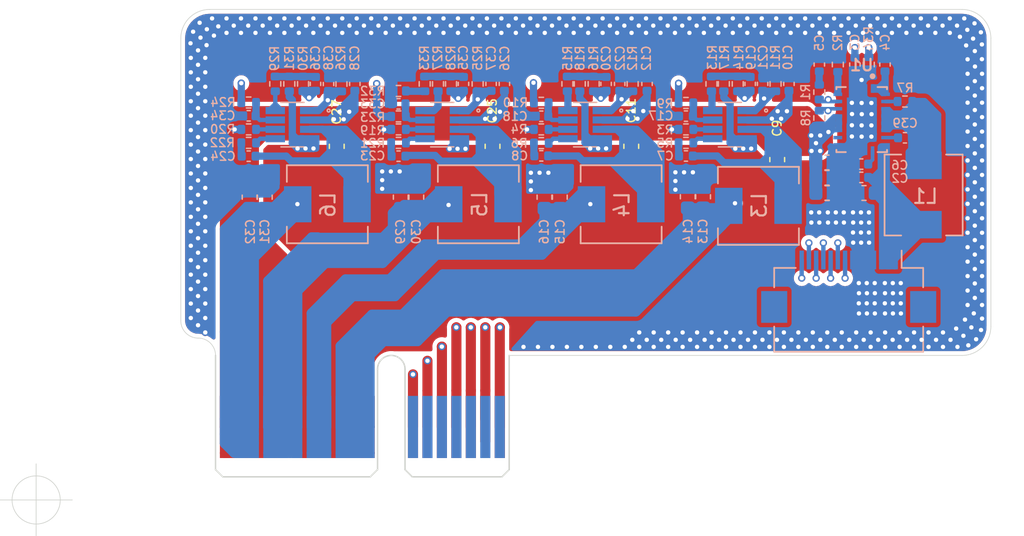
<source format=kicad_pcb>
(kicad_pcb (version 20211014) (generator pcbnew)
  (layers (0 "F.Cu" signal) (1 "In1.Cu" signal) (2 "In2.Cu" signal) (31 "B.Cu" signal) (34 "B.Paste" user) (35 "F.Paste" user) (36 "B.SilkS" user "B.Silkscreen") (37 "F.SilkS" user "F.Silkscreen") (38 "B.Mask" user) (39 "F.Mask" user) (44 "Edge.Cuts" user))
  (net 0 "")
  (net 1 "GND")
  (net 2 "+3V3")
  (net 3 "+5V")
  (net 4 "+1V2")
  (net 5 "+1V5")
  (net 6 "+2V5")
  (net 7 "Net-(C7-Pad1)")
  (net 8 "Net-(C8-Pad1)")
  (net 9 "Net-(C19-Pad1)")
  (net 10 "Net-(C20-Pad1)")
  (net 11 "Net-(C23-Pad1)")
  (net 12 "Net-(C24-Pad1)")
  (net 13 "Net-(C35-Pad1)")
  (net 14 "Net-(C36-Pad1)")
  (net 15 "Net-(R32-Pad2)")
  (net 16 "Net-(1V2-Pad8)")
  (net 17 "Net-(1V2-Pad6)")
  (net 18 "Net-(1V2-Pad5)")
  (net 19 "Net-(1V2-Pad3)")
  (net 20 "Net-(1V2-Pad1)")
  (net 21 "Net-(1V5-Pad8)")
  (net 22 "Net-(1V5-Pad6)")
  (net 23 "Net-(1V5-Pad5)")
  (net 24 "Net-(1V5-Pad3)")
  (net 25 "Net-(1V5-Pad1)")
  (net 26 "Net-(2V5-Pad1)")
  (net 27 "Net-(2V5-Pad3)")
  (net 28 "Net-(2V5-Pad5)")
  (net 29 "Net-(2V5-Pad6)")
  (net 30 "Net-(2V5-Pad8)")
  (net 31 "Net-(3V3-Pad1)")
  (net 32 "Net-(3V3-Pad3)")
  (net 33 "Net-(3V3-Pad5)")
  (net 34 "Net-(3V3-Pad6)")
  (net 35 "Net-(3V3-Pad8)")
  (net 36 "BAT+")
  (net 37 "Net-(C3-Pad1)")
  (net 38 "Net-(C4-Pad1)")
  (net 39 "Net-(C5-Pad1)")
  (net 40 "Net-(C6-Pad1)")
  (net 41 "Net-(C39-Pad1)")
  (net 42 "Net-(R2-Pad1)")
  (net 43 "Net-(R7-Pad1)")
  (net 44 "Net-(R34-Pad2)")
  (net 45 "Net-(C39-Pad2)")
  (net 46 "REG_EN2")
  (net 47 "REG_EN1")
  (net 48 "REG_CHG")
  (net 49 "REG_POWER")
  (net 50 "BAT_ISET")
  (net 51 "BAT_PG")
  (net 52 "BAT_CHG")
  (net 53 "Net-(1V2-Pad7)")
  (net 54 "Net-(1V5-Pad7)")
  (net 55 "Net-(2V5-Pad7)")
  (net 56 "Net-(3V3-Pad7)")
  (footprint "Capacitor_SMD:C_0603_1608Metric" (layer "F.Cu") (at 150.15 101.71 -90)
    (fp_text reference "C9")
    (fp_text value "10uF")
  )
  (footprint "Capacitor_SMD:C_0603_1608Metric" (layer "F.Cu") (at 140.06 100.79 -90)
    (fp_text reference "C11")
    (fp_text value "10uF")
  )
  (footprint "Capacitor_SMD:C_0603_1608Metric" (layer "F.Cu") (at 130.47 100.79 -90)
    (fp_text reference "C25")
    (fp_text value "10uF")
  )
  (footprint "Capacitor_SMD:C_0603_1608Metric" (layer "F.Cu") (at 119.7 100.79 -90)
    (fp_text reference "C27")
    (fp_text value "10uF")
  )
  (footprint "Connector_PCBEdge:BUS_PCIexpress_x1" (layer "F.Cu") (at 111.97 120.21)
    (fp_text reference "PCI1" hide)
    (fp_text value "Conn_02x18_Row_Letter_First")
    (fp_line (start 12.45 2.95) (end 12.95 3.45) (layer "Edge.Cuts") (width 0.1))
    (fp_line (start 10.55 -4) (end 10.55 2.95) (layer "Edge.Cuts") (width 0.1))
    (fp_line (start 19.65 -4.95) (end 19.65 2.95) (layer "Edge.Cuts") (width 0.1))
    (fp_line (start -0.15 3.45) (end 10.05 3.45) (layer "Edge.Cuts") (width 0.1))
    (fp_line (start 12.95 3.45) (end 19.15 3.45) (layer "Edge.Cuts") (width 0.1))
    (fp_line (start 10.55 2.95) (end 10.05 3.45) (layer "Edge.Cuts") (width 0.1))
    (fp_line (start 12.45 -4) (end 12.45 2.95) (layer "Edge.Cuts") (width 0.1))
    (fp_line (start -0.65 -4.95) (end -0.65 2.95) (layer "Edge.Cuts") (width 0.1))
    (fp_line (start 19.65 2.95) (end 19.15 3.45) (layer "Edge.Cuts") (width 0.1))
    (fp_line (start -0.65 2.95) (end -0.15 3.45) (layer "Edge.Cuts") (width 0.1))
    (fp_arc (start 10.55 -4) (mid 11.5 -4.95) (end 12.45 -4) (layer "Edge.Cuts") (width 0.1))
  )
  (footprint "Capacitor_SMD:C_0402_1005Metric" (layer "B.Cu") (at 143.84 101.46)
    (fp_text reference "C7")
    (fp_text value "0.1uF")
  )
  (footprint "Capacitor_SMD:C_0402_1005Metric" (layer "B.Cu") (at 133.84 101.45)
    (fp_text reference "C8")
    (fp_text value "0.1uF")
  )
  (footprint "Capacitor_SMD:C_0402_1005Metric" (layer "B.Cu") (at 150.96 96.47 90)
    (fp_text reference "C10")
    (fp_text value "0.1uF")
  )
  (footprint "Capacitor_SMD:C_0402_1005Metric" (layer "B.Cu") (at 141.15 96.47 90)
    (fp_text reference "C12")
    (fp_text value "0.1uF")
  )
  (footprint "Capacitor_SMD:C_0603_1608Metric" (layer "B.Cu") (at 145.025 104.28 90)
    (fp_text reference "C13")
    (fp_text value "22uF")
  )
  (footprint "Capacitor_SMD:C_0603_1608Metric" (layer "B.Cu") (at 143.965 104.28 90)
    (fp_text reference "C14")
    (fp_text value "22uF")
  )
  (footprint "Capacitor_SMD:C_0603_1608Metric" (layer "B.Cu") (at 135.12 104.31 90)
    (fp_text reference "C15")
    (fp_text value "22uF")
  )
  (footprint "Capacitor_SMD:C_0603_1608Metric" (layer "B.Cu") (at 134.06 104.31 90)
    (fp_text reference "C16")
    (fp_text value "22uF")
  )
  (footprint "Capacitor_SMD:C_0402_1005Metric" (layer "B.Cu") (at 143.84 98.7 180)
    (fp_text reference "C17")
    (fp_text value "0.1uF")
  )
  (footprint "Capacitor_SMD:C_0402_1005Metric" (layer "B.Cu") (at 133.84 98.71 180)
    (fp_text reference "C18")
    (fp_text value "0.1uF")
  )
  (footprint "Capacitor_SMD:C_0402_1005Metric" (layer "B.Cu") (at 148.280001 96.47 -90)
    (fp_text reference "C19")
    (fp_text value "15pF")
  )
  (footprint "Capacitor_SMD:C_0402_1005Metric" (layer "B.Cu") (at 138.320001 96.47 -90)
    (fp_text reference "C20")
    (fp_text value "15pF")
  )
  (footprint "Capacitor_SMD:C_0402_1005Metric" (layer "B.Cu") (at 149.139999 96.47 90)
    (fp_text reference "C21")
    (fp_text value "1nF")
  )
  (footprint "Capacitor_SMD:C_0402_1005Metric" (layer "B.Cu") (at 139.26 96.47 90)
    (fp_text reference "C22")
    (fp_text value "1nF")
  )
  (footprint "Capacitor_SMD:C_0402_1005Metric" (layer "B.Cu") (at 123.97 101.47)
    (fp_text reference "C23")
    (fp_text value "0.1uF")
  )
  (footprint "Capacitor_SMD:C_0402_1005Metric" (layer "B.Cu") (at 113.61 101.47)
    (fp_text reference "C24")
    (fp_text value "0.1uF")
  )
  (footprint "Capacitor_SMD:C_0402_1005Metric" (layer "B.Cu") (at 131.29 96.47 90)
    (fp_text reference "C26")
    (fp_text value "0.1uF")
  )
  (footprint "Capacitor_SMD:C_0402_1005Metric" (layer "B.Cu") (at 120.95 96.47 90)
    (fp_text reference "C28")
    (fp_text value "0.1uF")
  )
  (footprint "Capacitor_SMD:C_0603_1608Metric" (layer "B.Cu") (at 124.124999 104.31 90)
    (fp_text reference "C29")
    (fp_text value "22uF")
  )
  (footprint "Capacitor_SMD:C_0603_1608Metric" (layer "B.Cu") (at 125.2 104.31 90)
    (fp_text reference "C30")
    (fp_text value "22uF")
  )
  (footprint "Capacitor_SMD:C_0603_1608Metric" (layer "B.Cu") (at 114.725 104.31 90)
    (fp_text reference "C31")
    (fp_text value "22uF")
  )
  (footprint "Capacitor_SMD:C_0603_1608Metric" (layer "B.Cu") (at 113.675001 104.31 90)
    (fp_text reference "C32")
    (fp_text value "22uF")
  )
  (footprint "Capacitor_SMD:C_0402_1005Metric" (layer "B.Cu") (at 123.97 97.85 180)
    (fp_text reference "C33")
    (fp_text value "0.1uF")
  )
  (footprint "Capacitor_SMD:C_0402_1005Metric" (layer "B.Cu") (at 113.61 98.68 180)
    (fp_text reference "C34")
    (fp_text value "0.1uF")
  )
  (footprint "Capacitor_SMD:C_0402_1005Metric" (layer "B.Cu") (at 128.460001 96.47 -90)
    (fp_text reference "C35")
    (fp_text value "15pF")
  )
  (footprint "Capacitor_SMD:C_0402_1005Metric" (layer "B.Cu") (at 118.230001 96.47 -90)
    (fp_text reference "C36")
    (fp_text value "15pF")
  )
  (footprint "Capacitor_SMD:C_0402_1005Metric" (layer "B.Cu") (at 130.37 96.47 90)
    (fp_text reference "C37")
    (fp_text value "1nF")
  )
  (footprint "Capacitor_SMD:C_0402_1005Metric" (layer "B.Cu") (at 119.13 96.48 90)
    (fp_text reference "C38")
    (fp_text value "1nF")
  )
  (footprint "Inductor_SMD:L_Sunlord_MWSA0518_5.4x5.2mm" (layer "B.Cu") (at 148.85 104.91 180)
    (fp_text reference "L3")
    (fp_text value "4.7uH")
  )
  (footprint "Inductor_SMD:L_Sunlord_MWSA0518_5.4x5.2mm" (layer "B.Cu") (at 139.36 104.8 180)
    (fp_text reference "L4")
    (fp_text value "3.3uH")
  )
  (footprint "Inductor_SMD:L_Sunlord_MWSA0518_5.4x5.2mm" (layer "B.Cu") (at 129.49 104.8 180)
    (fp_text reference "L5")
    (fp_text value "2.2uH")
  )
  (footprint "Inductor_SMD:L_Sunlord_MWSA0518_5.4x5.2mm" (layer "B.Cu") (at 119.05 104.8 180)
    (fp_text reference "L6")
    (fp_text value "1.8uH")
  )
  (footprint "Resistor_SMD:R_0402_1005Metric" (layer "B.Cu") (at 143.84 99.62)
    (fp_text reference "R3")
    (fp_text value "100K (1%)")
  )
  (footprint "Resistor_SMD:R_0402_1005Metric" (layer "B.Cu") (at 133.84 99.62)
    (fp_text reference "R4")
    (fp_text value "100K (1%)")
  )
  (footprint "Resistor_SMD:R_0402_1005Metric" (layer "B.Cu") (at 143.84 100.55 180)
    (fp_text reference "R5")
    (fp_text value "10(1%)")
  )
  (footprint "Resistor_SMD:R_0402_1005Metric" (layer "B.Cu") (at 133.84 100.57 180)
    (fp_text reference "R6")
    (fp_text value "10(1%)")
  )
  (footprint "Resistor_SMD:R_0402_1005Metric" (layer "B.Cu") (at 143.84 97.79 180)
    (fp_text reference "R9")
    (fp_text value "100K (1%)")
  )
  (footprint "Resistor_SMD:R_0402_1005Metric" (layer "B.Cu") (at 133.84 97.78 180)
    (fp_text reference "R10")
    (fp_text value "100K (1%)")
  )
  (footprint "Resistor_SMD:R_0402_1005Metric" (layer "B.Cu") (at 150.035 96.47 90)
    (fp_text reference "R11")
    (fp_text value "11.3K(1%)")
  )
  (footprint "Resistor_SMD:R_0402_1005Metric" (layer "B.Cu") (at 140.155 96.47 90)
    (fp_text reference "R12")
    (fp_text value "10K(1%)")
  )
  (footprint "Resistor_SMD:R_0402_1005Metric" (layer "B.Cu") (at 145.605 96.47 90)
    (fp_text reference "R13")
    (fp_text value "33K(1%)")
  )
  (footprint "Resistor_SMD:R_0402_1005Metric" (layer "B.Cu") (at 147.42 96.47 -90)
    (fp_text reference "R14")
    (fp_text value "40.2K (1%)")
  )
  (footprint "Resistor_SMD:R_0402_1005Metric" (layer "B.Cu") (at 135.645 96.47 90)
    (fp_text reference "R15")
    (fp_text value "33K(1%)")
  )
  (footprint "Resistor_SMD:R_0402_1005Metric" (layer "B.Cu") (at 137.46 96.47 -90)
    (fp_text reference "R16")
    (fp_text value "40.2K (1%)")
  )
  (footprint "Resistor_SMD:R_0402_1005Metric" (layer "B.Cu") (at 146.46 96.47 -90)
    (fp_text reference "R17")
    (fp_text value "13K (1%)")
  )
  (footprint "Resistor_SMD:R_0402_1005Metric" (layer "B.Cu") (at 136.5 96.47 -90)
    (fp_text reference "R18")
    (fp_text value "19.1K (1%)")
  )
  (footprint "Resistor_SMD:R_0402_1005Metric" (layer "B.Cu") (at 123.97 99.62)
    (fp_text reference "R19")
    (fp_text value "100K (1%)")
  )
  (footprint "Resistor_SMD:R_0402_1005Metric" (layer "B.Cu") (at 113.61 99.62)
    (fp_text reference "R20")
    (fp_text value "100K (1%)")
  )
  (footprint "Resistor_SMD:R_0402_1005Metric" (layer "B.Cu") (at 123.97 100.55 180)
    (fp_text reference "R21")
    (fp_text value "10(1%)")
  )
  (footprint "Resistor_SMD:R_0402_1005Metric" (layer "B.Cu") (at 113.61 100.55 180)
    (fp_text reference "R22")
    (fp_text value "10(1%)")
  )
  (footprint "Resistor_SMD:R_0402_1005Metric" (layer "B.Cu") (at 123.97 98.72 180)
    (fp_text reference "R23")
    (fp_text value "100K (1%)")
  )
  (footprint "Resistor_SMD:R_0402_1005Metric" (layer "B.Cu") (at 113.61 97.76 180)
    (fp_text reference "R24")
    (fp_text value "100K (1%)")
  )
  (footprint "Resistor_SMD:R_0402_1005Metric" (layer "B.Cu") (at 129.44 96.47 90)
    (fp_text reference "R25")
    (fp_text value "9.31K (1%)")
  )
  (footprint "Resistor_SMD:R_0402_1005Metric" (layer "B.Cu") (at 120.025 96.48 90)
    (fp_text reference "R26")
    (fp_text value "9.31K (1%)")
  )
  (footprint "Resistor_SMD:R_0402_1005Metric" (layer "B.Cu") (at 126.7 96.47 90)
    (fp_text reference "R27")
    (fp_text value "56K (1%)")
  )
  (footprint "Resistor_SMD:R_0402_1005Metric" (layer "B.Cu") (at 127.6 96.47 -90)
    (fp_text reference "R28")
    (fp_text value "30.1K (1%)")
  )
  (footprint "Resistor_SMD:R_0402_1005Metric" (layer "B.Cu") (at 115.45 96.47 90)
    (fp_text reference "R29")
    (fp_text value "82K (1%)")
  )
  (footprint "Resistor_SMD:R_0402_1005Metric" (layer "B.Cu") (at 117.37 96.47 -90)
    (fp_text reference "R30")
    (fp_text value "30.1K (1%)")
  )
  (footprint "Resistor_SMD:R_0402_1005Metric" (layer "B.Cu") (at 116.42 96.47 -90)
    (fp_text reference "R31")
    (fp_text value "61.9K (1%)")
  )
  (footprint "Resistor_SMD:R_0402_1005Metric" (layer "B.Cu") (at 123.97 96.96)
    (fp_text reference "R32")
    (fp_text value "20K (1%)")
  )
  (footprint "Resistor_SMD:R_0402_1005Metric" (layer "B.Cu") (at 125.78 96.47 90)
    (fp_text reference "R33")
    (fp_text value "15K (1%)")
  )
  (footprint "Lib:SOT65P280X100-8N" (layer "B.Cu") (at 146.880001 99.29 180)
    (fp_text reference "3V3" hide)
    (fp_text value "MP1495S")
  )
  (footprint "Lib:SOT65P280X100-8N" (layer "B.Cu") (at 136.87 99.29 180)
    (fp_text reference "2V5" hide)
    (fp_text value "MP1495S")
  )
  (footprint "Lib:SOT65P280X100-8N" (layer "B.Cu") (at 126.99 99.29 180)
    (fp_text reference "1V5" hide)
    (fp_text value "MP1495S")
  )
  (footprint "Lib:SOT65P280X100-8N" (layer "B.Cu") (at 116.640001 99.29 180)
    (fp_text reference "1V2" hide)
    (fp_text value "MP1495S")
  )
  (footprint "Capacitor_SMD:C_0603_1608Metric" (layer "B.Cu") (at 156.15 104.02 180)
    (fp_text reference "C1" hide)
    (fp_text value "10uF")
  )
  (footprint "Capacitor_SMD:C_0402_1005Metric" (layer "B.Cu") (at 155.96 102.94 180)
    (fp_text reference "C2")
    (fp_text value "0.1uF")
  )
  (footprint "Capacitor_SMD:C_0402_1005Metric" (layer "B.Cu") (at 155.52 95.13 -90)
    (fp_text reference "C3")
    (fp_text value "47pF")
  )
  (footprint "Capacitor_SMD:C_0402_1005Metric" (layer "B.Cu") (at 157.6 95.13 90)
    (fp_text reference "C4")
    (fp_text value "1uF")
  )
  (footprint "Capacitor_SMD:C_0402_1005Metric" (layer "B.Cu") (at 153.06 95.13 90)
    (fp_text reference "C5")
    (fp_text value "1nF")
  )
  (footprint "Capacitor_SMD:C_0402_1005Metric" (layer "B.Cu") (at 155.96 102.02 180)
    (fp_text reference "C6")
    (fp_text value "8.2nF")
  )
  (footprint "Capacitor_SMD:C_0402_1005Metric" (layer "B.Cu") (at 158.98 100.2)
    (fp_text reference "C39")
    (fp_text value "0.1uF")
  )
  (footprint "Capacitor_SMD:C_0603_1608Metric" (layer "B.Cu") (at 153.589999 101.91)
    (fp_text reference "C40" hide)
    (fp_text value "22uF")
  )
  (footprint "Capacitor_SMD:C_0603_1608Metric" (layer "B.Cu") (at 153.59 102.970001)
    (fp_text reference "C41" hide)
    (fp_text value "22uF")
  )
  (footprint "Inductor_SMD:L_Sunlord_MWSA0518_5.4x5.2mm" (layer "B.Cu") (at 160.27 104.16 90)
    (fp_text reference "L1")
    (fp_text value "1uH")
  )
  (footprint "Resistor_SMD:R_0402_1005Metric" (layer "B.Cu") (at 153.06 97.04 90)
    (fp_text reference "R1")
    (fp_text value "23.7K")
  )
  (footprint "Resistor_SMD:R_0402_1005Metric" (layer "B.Cu") (at 154.34 95.13 90)
    (fp_text reference "R2")
    (fp_text value "113K")
  )
  (footprint "Resistor_SMD:R_0402_1005Metric" (layer "B.Cu") (at 158.98 97.69)
    (fp_text reference "R7")
    (fp_text value "267K")
  )
  (footprint "Resistor_SMD:R_0402_1005Metric" (layer "B.Cu") (at 153.06 98.83 -90)
    (fp_text reference "R8")
    (fp_text value "220K")
  )
  (footprint "Resistor_SMD:R_0402_1005Metric" (layer "B.Cu") (at 156.48 95.13 90)
    (fp_text reference "R34")
    (fp_text value "69.8K")
  )
  (footprint "Lib:IC_TPS61088RHLR" (layer "B.Cu") (at 155.99 98.94 180)
    (fp_text reference "U1")
    (fp_text value "TPS61088RHLR")
  )
  (footprint "Connector_FFC-FPC:Hirose_FH12-14S-0.5SH_1x14-1MP_P0.50mm_Horizontal" (layer "B.Cu") (at 155.09 110.505 180)
    (fp_text reference "J1" hide)
    (fp_text value "Conn_01x14")
  )
  (footprint "Capacitor_SMD:C_0603_1608Metric" (layer "B.Cu") (at 153.6 104.02)
    (fp_text reference "C42" hide)
    (fp_text value "22uF")
  )
  (footprint "Lib:pad-6-1.5" (layer "B.Cu") (at 116.37 92.39)
    (fp_text reference "J2" hide)
    (fp_text value "Conn_01x01")
  )
  (footprint "Lib:pad-6-1.5" (layer "B.Cu") (at 163.82 107.78 90)
    (fp_text reference "J3" hide)
    (fp_text value "Conn_01x01")
  )
  (footprint "Lib:pad-6-1.5" (layer "B.Cu") (at 157.5 92.39)
    (fp_text reference "J4" hide)
    (fp_text value "Conn_01x01")
  )
  (footprint "Lib:pad-6-1.5" (layer "B.Cu") (at 130.08 92.39)
    (fp_text reference "J5" hide)
    (fp_text value "Conn_01x01")
  )
  (footprint "Lib:pad-6-1.5" (layer "B.Cu") (at 163.81 98.78 90)
    (fp_text reference "J6" hide)
    (fp_text value "Conn_01x01")
  )
  (footprint "Lib:pad-6-1.5" (layer "B.Cu") (at 110.1 107.78 90)
    (fp_text reference "J7" hide)
    (fp_text value "Conn_01x01")
  )
  (footprint "Lib:pad-6-1.5" (layer "B.Cu") (at 143.79 114.17)
    (fp_text reference "J8" hide)
    (fp_text value "Conn_01x01")
  )
  (footprint "Lib:pad-6-1.5" (layer "B.Cu") (at 143.79 92.39)
    (fp_text reference "J9" hide)
    (fp_text value "Conn_01x01")
  )
  (footprint "Lib:pad-6-1.5" (layer "B.Cu") (at 110.1 98.78 90)
    (fp_text reference "J10" hide)
    (fp_text value "Conn_01x01")
  )
  (gr_line (start 162.92 91.319376) (end 110.92 91.319376) (layer "Edge.Cuts") (width 0.05))
  (gr_line (start 164.920624 93.32) (end 164.92 113.26) (layer "Edge.Cuts") (width 0.05))
  (gr_line (start 131.62 115.26) (end 162.919376 115.260624) (layer "Edge.Cuts") (width 0.05))
  (gr_arc (start 162.92 91.319376) (mid 164.334655 91.905345) (end 164.920624 93.32) (layer "Edge.Cuts") (width 0.05))
  (gr_arc (start 108.919376 93.32) (mid 109.505345 91.905345) (end 110.92 91.319376) (layer "Edge.Cuts") (width 0.05))
  (gr_arc (start 110.119334 114.059334) (mid 109.270335 113.707667) (end 108.918668 112.858668) (layer "Edge.Cuts") (width 0.05))
  (gr_arc (start 110.119334 114.059334) (mid 110.968333 114.411001) (end 111.32 115.26) (layer "Edge.Cuts") (width 0.05))
  (gr_arc (start 164.92 113.26) (mid 164.334031 114.674655) (end 162.919376 115.260624) (layer "Edge.Cuts") (width 0.05))
  (gr_line (start 108.919376 93.32) (end 108.918668 112.858668) (layer "Edge.Cuts") (width 0.05))
  (target plus (at 98.92 125.26) (size 5) (width 0.05) (layer "Edge.Cuts"))
  (segment (start 121.97 122.01) (end 116.97 122.01) (width 0.7) (layer "F.Cu") (net 1))
  (segment (start 121.97 120.21) (end 116.97 120.21) (width 0.7) (layer "F.Cu") (net 1))
  (via (at 147.25 100.949999) (size 0.5) (drill 0.3) (layers "F.Cu" "B.Cu") (net 1))
  (via (at 148.35 100.95) (size 0.5) (drill 0.3) (layers "F.Cu" "B.Cu") (net 1))
  (via (at 147.799999 100.949999) (size 0.5) (drill 0.3) (layers "F.Cu" "B.Cu") (net 1))
  (via (at 137.769999 100.94) (size 0.5) (drill 0.3) (layers "F.Cu" "B.Cu") (net 1))
  (via (at 138.32 100.94) (size 0.5) (drill 0.3) (layers "F.Cu" "B.Cu") (net 1))
  (via (at 128.6 100.96) (size 0.5) (drill 0.3) (layers "F.Cu" "B.Cu") (net 1))
  (via (at 128.05 100.96) (size 0.5) (drill 0.3) (layers "F.Cu" "B.Cu") (net 1))
  (via (at 127.500001 100.96) (size 0.5) (drill 0.3) (layers "F.Cu" "B.Cu") (net 1))
  (via (at 110.61 95.67) (size 0.5) (drill 0.3) (layers "F.Cu" "B.Cu") (net 1))
  (via (at 109.61 95.67) (size 0.5) (drill 0.3) (layers "F.Cu" "B.Cu") (net 1))
  (via (at 164.31 95.77) (size 0.5) (drill 0.3) (layers "F.Cu" "B.Cu") (net 1))
  (via (at 163.31 95.77) (size 0.5) (drill 0.3) (layers "F.Cu" "B.Cu") (net 1))
  (via (at 116.99 100.94) (size 0.5) (drill 0.3) (layers "F.Cu" "B.Cu") (net 1))
  (via (at 117.539999 100.94) (size 0.5) (drill 0.3) (layers "F.Cu" "B.Cu") (net 1))
  (via (at 118.09 100.94) (size 0.5) (drill 0.3) (layers "F.Cu" "B.Cu") (net 1))
  (via (at 156.349999 110.954999) (size 0.5) (drill 0.3) (layers "F.Cu" "B.Cu") (net 1))
  (via (at 156.89 110.255) (size 0.5) (drill 0.3) (layers "F.Cu" "B.Cu") (net 1))
  (via (at 155.79 110.254999) (size 0.5) (drill 0.3) (layers "F.Cu" "B.Cu") (net 1))
  (via (at 155.8 110.954999) (size 0.5) (drill 0.3) (layers "F.Cu" "B.Cu") (net 1))
  (via (at 156.9 110.955) (size 0.5) (drill 0.3) (layers "F.Cu" "B.Cu") (net 1))
  (via (at 156.339999 110.254999) (size 0.5) (drill 0.3) (layers "F.Cu" "B.Cu") (net 1))
  (via (at 156.89 111.655) (size 0.5) (drill 0.3) (layers "F.Cu" "B.Cu") (net 1))
  (via (at 156.339999 111.654999) (size 0.5) (drill 0.3) (layers "F.Cu" "B.Cu") (net 1))
  (via (at 155.8 112.354999) (size 0.5) (drill 0.3) (layers "F.Cu" "B.Cu") (net 1))
  (via (at 156.9 112.355) (size 0.5) (drill 0.3) (layers "F.Cu" "B.Cu") (net 1))
  (via (at 155.79 111.654999) (size 0.5) (drill 0.3) (layers "F.Cu" "B.Cu") (net 1))
  (via (at 156.349999 112.354999) (size 0.5) (drill 0.3) (layers "F.Cu" "B.Cu") (net 1))
  (via (at 157.6 112.354999) (size 0.5) (drill 0.3) (layers "F.Cu" "B.Cu") (net 1))
  (via (at 158.139999 111.654999) (size 0.5) (drill 0.3) (layers "F.Cu" "B.Cu") (net 1))
  (via (at 158.69 111.655) (size 0.5) (drill 0.3) (layers "F.Cu" "B.Cu") (net 1))
  (via (at 158.7 112.355) (size 0.5) (drill 0.3) (layers "F.Cu" "B.Cu") (net 1))
  (via (at 157.59 111.654999) (size 0.5) (drill 0.3) (layers "F.Cu" "B.Cu") (net 1))
  (via (at 158.149999 112.354999) (size 0.5) (drill 0.3) (layers "F.Cu" "B.Cu") (net 1))
  (via (at 158.139999 110.254999) (size 0.5) (drill 0.3) (layers "F.Cu" "B.Cu") (net 1))
  (via (at 158.7 110.955) (size 0.5) (drill 0.3) (layers "F.Cu" "B.Cu") (net 1))
  (via (at 158.149999 110.954999) (size 0.5) (drill 0.3) (layers "F.Cu" "B.Cu") (net 1))
  (via (at 157.59 110.254999) (size 0.5) (drill 0.3) (layers "F.Cu" "B.Cu") (net 1))
  (via (at 158.69 110.255) (size 0.5) (drill 0.3) (layers "F.Cu" "B.Cu") (net 1))
  (via (at 157.6 110.954999) (size 0.5) (drill 0.3) (layers "F.Cu" "B.Cu") (net 1))
  (via (at 155.995 98.566666) (size 0.5) (drill 0.3) (layers "F.Cu" "B.Cu") (net 1))
  (via (at 156.67 98.566666) (size 0.5) (drill 0.3) (layers "F.Cu" "B.Cu") (net 1))
  (via (at 155.32 98.556666) (size 0.5) (drill 0.3) (layers "F.Cu" "B.Cu") (net 1))
  (via (at 155.985 99.343332) (size 0.5) (drill 0.3) (layers "F.Cu" "B.Cu") (net 1))
  (via (at 155.310001 99.333332) (size 0.5) (drill 0.3) (layers "F.Cu" "B.Cu") (net 1))
  (via (at 156.66 99.343332) (size 0.5) (drill 0.3) (layers "F.Cu" "B.Cu") (net 1))
  (via (at 155.31 100.11) (size 0.5) (drill 0.3) (layers "F.Cu" "B.Cu") (net 1))
  (via (at 155.985 100.12) (size 0.5) (drill 0.3) (layers "F.Cu" "B.Cu") (net 1))
  (via (at 156.66 100.12) (size 0.5) (drill 0.3) (layers "F.Cu" "B.Cu") (net 1))
  (via (at 112.08 91.94) (size 0.5) (drill 0.3) (layers "F.Cu" "B.Cu") (net 1))
  (via (at 113.08 91.94) (size 0.5) (drill 0.3) (layers "F.Cu" "B.Cu") (net 1))
  (via (at 114.08 91.94) (size 0.5) (drill 0.3) (layers "F.Cu" "B.Cu") (net 1))
  (via (at 115.08 91.94) (size 0.5) (drill 0.3) (layers "F.Cu" "B.Cu") (net 1))
  (via (at 116.08 91.94) (size 0.5) (drill 0.3) (layers "F.Cu" "B.Cu") (net 1))
  (via (at 117.08 91.94) (size 0.5) (drill 0.3) (layers "F.Cu" "B.Cu") (net 1))
  (via (at 118.08 91.94) (size 0.5) (drill 0.3) (layers "F.Cu" "B.Cu") (net 1))
  (via (at 119.08 91.94) (size 0.5) (drill 0.3) (layers "F.Cu" "B.Cu") (net 1))
  (via (at 120.08 91.94) (size 0.5) (drill 0.3) (layers "F.Cu" "B.Cu") (net 1))
  (via (at 121.08 91.94) (size 0.5) (drill 0.3) (layers "F.Cu" "B.Cu") (net 1))
  (via (at 122.08 91.94) (size 0.5) (drill 0.3) (layers "F.Cu" "B.Cu") (net 1))
  (via (at 123.08 91.94) (size 0.5) (drill 0.3) (layers "F.Cu" "B.Cu") (net 1))
  (via (at 124.08 91.94) (size 0.5) (drill 0.3) (layers "F.Cu" "B.Cu") (net 1))
  (via (at 125.08 91.94) (size 0.5) (drill 0.3) (layers "F.Cu" "B.Cu") (net 1))
  (via (at 126.08 91.94) (size 0.5) (drill 0.3) (layers "F.Cu" "B.Cu") (net 1))
  (via (at 127.08 91.94) (size 0.5) (drill 0.3) (layers "F.Cu" "B.Cu") (net 1))
  (via (at 128.08 91.94) (size 0.5) (drill 0.3) (layers "F.Cu" "B.Cu") (net 1))
  (via (at 129.08 91.94) (size 0.5) (drill 0.3) (layers "F.Cu" "B.Cu") (net 1))
  (via (at 130.08 91.94) (size 0.5) (drill 0.3) (layers "F.Cu" "B.Cu") (net 1))
  (via (at 131.08 91.94) (size 0.5) (drill 0.3) (layers "F.Cu" "B.Cu") (net 1))
  (via (at 132.08 91.94) (size 0.5) (drill 0.3) (layers "F.Cu" "B.Cu") (net 1))
  (via (at 133.08 91.94) (size 0.5) (drill 0.3) (layers "F.Cu" "B.Cu") (net 1))
  (via (at 134.08 91.94) (size 0.5) (drill 0.3) (layers "F.Cu" "B.Cu") (net 1))
  (via (at 135.08 91.94) (size 0.5) (drill 0.3) (layers "F.Cu" "B.Cu") (net 1))
  (via (at 136.08 91.94) (size 0.5) (drill 0.3) (layers "F.Cu" "B.Cu") (net 1))
  (via (at 137.08 91.94) (size 0.5) (drill 0.3) (layers "F.Cu" "B.Cu") (net 1))
  (via (at 138.08 91.94) (size 0.5) (drill 0.3) (layers "F.Cu" "B.Cu") (net 1))
  (via (at 139.08 91.94) (size 0.5) (drill 0.3) (layers "F.Cu" "B.Cu") (net 1))
  (via (at 140.08 91.94) (size 0.5) (drill 0.3) (layers "F.Cu" "B.Cu") (net 1))
  (via (at 141.08 91.94) (size 0.5) (drill 0.3) (layers "F.Cu" "B.Cu") (net 1))
  (via (at 142.08 91.94) (size 0.5) (drill 0.3) (layers "F.Cu" "B.Cu") (net 1))
  (via (at 143.08 91.94) (size 0.5) (drill 0.3) (layers "F.Cu" "B.Cu") (net 1))
  (via (at 144.08 91.94) (size 0.5) (drill 0.3) (layers "F.Cu" "B.Cu") (net 1))
  (via (at 145.08 91.94) (size 0.5) (drill 0.3) (layers "F.Cu" "B.Cu") (net 1))
  (via (at 146.08 91.94) (size 0.5) (drill 0.3) (layers "F.Cu" "B.Cu") (net 1))
  (via (at 147.08 91.94) (size 0.5) (drill 0.3) (layers "F.Cu" "B.Cu") (net 1))
  (via (at 148.08 91.94) (size 0.5) (drill 0.3) (layers "F.Cu" "B.Cu") (net 1))
  (via (at 149.08 91.94) (size 0.5) (drill 0.3) (layers "F.Cu" "B.Cu") (net 1))
  (via (at 150.08 91.94) (size 0.5) (drill 0.3) (layers "F.Cu" "B.Cu") (net 1))
  (via (at 151.08 91.94) (size 0.5) (drill 0.3) (layers "F.Cu" "B.Cu") (net 1))
  (via (at 152.08 91.94) (size 0.5) (drill 0.3) (layers "F.Cu" "B.Cu") (net 1))
  (via (at 153.08 91.94) (size 0.5) (drill 0.3) (layers "F.Cu" "B.Cu") (net 1))
  (via (at 154.08 91.94) (size 0.5) (drill 0.3) (layers "F.Cu" "B.Cu") (net 1))
  (via (at 155.08 91.94) (size 0.5) (drill 0.3) (layers "F.Cu" "B.Cu") (net 1))
  (via (at 156.08 91.94) (size 0.5) (drill 0.3) (layers "F.Cu" "B.Cu") (net 1))
  (via (at 157.08 91.94) (size 0.5) (drill 0.3) (layers "F.Cu" "B.Cu") (net 1))
  (via (at 158.08 91.94) (size 0.5) (drill 0.3) (layers "F.Cu" "B.Cu") (net 1))
  (via (at 159.08 91.94) (size 0.5) (drill 0.3) (layers "F.Cu" "B.Cu") (net 1))
  (via (at 160.08 91.94) (size 0.5) (drill 0.3) (layers "F.Cu" "B.Cu") (net 1))
  (via (at 111.21 93.13) (size 0.5) (drill 0.3) (layers "F.Cu" "B.Cu") (net 1))
  (via (at 112.08 92.94) (size 0.5) (drill 0.3) (layers "F.Cu" "B.Cu") (net 1))
  (via (at 113.08 92.94) (size 0.5) (drill 0.3) (layers "F.Cu" "B.Cu") (net 1))
  (via (at 114.08 92.94) (size 0.5) (drill 0.3) (layers "F.Cu" "B.Cu") (net 1))
  (via (at 115.08 92.94) (size 0.5) (drill 0.3) (layers "F.Cu" "B.Cu") (net 1))
  (via (at 116.08 92.94) (size 0.5) (drill 0.3) (layers "F.Cu" "B.Cu") (net 1))
  (via (at 117.08 92.94) (size 0.5) (drill 0.3) (layers "F.Cu" "B.Cu") (net 1))
  (via (at 118.08 92.94) (size 0.5) (drill 0.3) (layers "F.Cu" "B.Cu") (net 1))
  (via (at 119.08 92.94) (size 0.5) (drill 0.3) (layers "F.Cu" "B.Cu") (net 1))
  (via (at 120.08 92.94) (size 0.5) (drill 0.3) (layers "F.Cu" "B.Cu") (net 1))
  (via (at 121.08 92.94) (size 0.5) (drill 0.3) (layers "F.Cu" "B.Cu") (net 1))
  (via (at 122.08 92.94) (size 0.5) (drill 0.3) (layers "F.Cu" "B.Cu") (net 1))
  (via (at 123.08 92.94) (size 0.5) (drill 0.3) (layers "F.Cu" "B.Cu") (net 1))
  (via (at 124.08 92.94) (size 0.5) (drill 0.3) (layers "F.Cu" "B.Cu") (net 1))
  (via (at 125.08 92.94) (size 0.5) (drill 0.3) (layers "F.Cu" "B.Cu") (net 1))
  (via (at 126.08 92.94) (size 0.5) (drill 0.3) (layers "F.Cu" "B.Cu") (net 1))
  (via (at 127.08 92.94) (size 0.5) (drill 0.3) (layers "F.Cu" "B.Cu") (net 1))
  (via (at 128.08 92.94) (size 0.5) (drill 0.3) (layers "F.Cu" "B.Cu") (net 1))
  (via (at 129.08 92.94) (size 0.5) (drill 0.3) (layers "F.Cu" "B.Cu") (net 1))
  (via (at 130.08 92.94) (size 0.5) (drill 0.3) (layers "F.Cu" "B.Cu") (net 1))
  (via (at 131.08 92.94) (size 0.5) (drill 0.3) (layers "F.Cu" "B.Cu") (net 1))
  (via (at 132.08 92.94) (size 0.5) (drill 0.3) (layers "F.Cu" "B.Cu") (net 1))
  (via (at 133.08 92.94) (size 0.5) (drill 0.3) (layers "F.Cu" "B.Cu") (net 1))
  (via (at 134.08 92.94) (size 0.5) (drill 0.3) (layers "F.Cu" "B.Cu") (net 1))
  (via (at 135.08 92.94) (size 0.5) (drill 0.3) (layers "F.Cu" "B.Cu") (net 1))
  (via (at 136.08 92.94) (size 0.5) (drill 0.3) (layers "F.Cu" "B.Cu") (net 1))
  (via (at 137.08 92.94) (size 0.5) (drill 0.3) (layers "F.Cu" "B.Cu") (net 1))
  (via (at 138.08 92.94) (size 0.5) (drill 0.3) (layers "F.Cu" "B.Cu") (net 1))
  (via (at 139.08 92.94) (size 0.5) (drill 0.3) (layers "F.Cu" "B.Cu") (net 1))
  (via (at 140.08 92.94) (size 0.5) (drill 0.3) (layers "F.Cu" "B.Cu") (net 1))
  (via (at 141.08 92.94) (size 0.5) (drill 0.3) (layers "F.Cu" "B.Cu") (net 1))
  (via (at 142.08 92.94) (size 0.5) (drill 0.3) (layers "F.Cu" "B.Cu") (net 1))
  (via (at 143.08 92.94) (size 0.5) (drill 0.3) (layers "F.Cu" "B.Cu") (net 1))
  (via (at 144.08 92.94) (size 0.5) (drill 0.3) (layers "F.Cu" "B.Cu") (net 1))
  (via (at 145.08 92.94) (size 0.5) (drill 0.3) (layers "F.Cu" "B.Cu") (net 1))
  (via (at 146.08 92.94) (size 0.5) (drill 0.3) (layers "F.Cu" "B.Cu") (net 1))
  (via (at 147.08 92.94) (size 0.5) (drill 0.3) (layers "F.Cu" "B.Cu") (net 1))
  (via (at 148.08 92.94) (size 0.5) (drill 0.3) (layers "F.Cu" "B.Cu") (net 1))
  (via (at 149.08 92.94) (size 0.5) (drill 0.3) (layers "F.Cu" "B.Cu") (net 1))
  (via (at 150.08 92.94) (size 0.5) (drill 0.3) (layers "F.Cu" "B.Cu") (net 1))
  (via (at 151.08 92.94) (size 0.5) (drill 0.3) (layers "F.Cu" "B.Cu") (net 1))
  (via (at 152.08 92.94) (size 0.5) (drill 0.3) (layers "F.Cu" "B.Cu") (net 1))
  (via (at 153.08 92.94) (size 0.5) (drill 0.3) (layers "F.Cu" "B.Cu") (net 1))
  (via (at 154.08 92.94) (size 0.5) (drill 0.3) (layers "F.Cu" "B.Cu") (net 1))
  (via (at 155.08 92.94) (size 0.5) (drill 0.3) (layers "F.Cu" "B.Cu") (net 1))
  (via (at 156.08 92.94) (size 0.5) (drill 0.3) (layers "F.Cu" "B.Cu") (net 1))
  (via (at 157.08 92.94) (size 0.5) (drill 0.3) (layers "F.Cu" "B.Cu") (net 1))
  (via (at 158.08 92.94) (size 0.5) (drill 0.3) (layers "F.Cu" "B.Cu") (net 1))
  (via (at 159.08 92.94) (size 0.5) (drill 0.3) (layers "F.Cu" "B.Cu") (net 1))
  (via (at 160.08 92.94) (size 0.5) (drill 0.3) (layers "F.Cu" "B.Cu") (net 1))
  (via (at 161.08 92.94) (size 0.5) (drill 0.3) (layers "F.Cu" "B.Cu") (net 1))
  (via (at 161.08 91.94) (size 0.5) (drill 0.3) (layers "F.Cu" "B.Cu") (net 1))
  (via (at 162.08 92.94) (size 0.5) (drill 0.3) (layers "F.Cu" "B.Cu") (net 1))
  (via (at 162.08 91.94) (size 0.5) (drill 0.3) (layers "F.Cu" "B.Cu") (net 1))
  (via (at 162.78 93.21) (size 0.5) (drill 0.3) (layers "F.Cu" "B.Cu") (net 1))
  (via (at 163.08 91.94) (size 0.5) (drill 0.3) (layers "F.Cu" "B.Cu") (net 1))
  (via (at 110.22 92.24) (size 0.5) (drill 0.3) (layers "F.Cu" "B.Cu") (net 1))
  (via (at 109.59 93.66) (size 0.5) (drill 0.3) (layers "F.Cu" "B.Cu") (net 1))
  (via (at 110.7 93.79) (size 0.5) (drill 0.3) (layers "F.Cu" "B.Cu") (net 1))
  (via (at 109.61 94.67) (size 0.5) (drill 0.3) (layers "F.Cu" "B.Cu") (net 1))
  (via (at 110.61 94.67) (size 0.5) (drill 0.3) (layers "F.Cu" "B.Cu") (net 1))
  (via (at 109.61 96.67) (size 0.5) (drill 0.3) (layers "F.Cu" "B.Cu") (net 1))
  (via (at 110.61 96.67) (size 0.5) (drill 0.3) (layers "F.Cu" "B.Cu") (net 1))
  (via (at 109.61 97.67) (size 0.5) (drill 0.3) (layers "F.Cu" "B.Cu") (net 1))
  (via (at 110.61 97.67) (size 0.5) (drill 0.3) (layers "F.Cu" "B.Cu") (net 1))
  (via (at 109.61 98.67) (size 0.5) (drill 0.3) (layers "F.Cu" "B.Cu") (net 1))
  (via (at 110.61 98.67) (size 0.5) (drill 0.3) (layers "F.Cu" "B.Cu") (net 1))
  (via (at 109.61 99.67) (size 0.5) (drill 0.3) (layers "F.Cu" "B.Cu") (net 1))
  (via (at 110.61 99.67) (size 0.5) (drill 0.3) (layers "F.Cu" "B.Cu") (net 1))
  (via (at 109.61 100.67) (size 0.5) (drill 0.3) (layers "F.Cu" "B.Cu") (net 1))
  (via (at 110.61 100.67) (size 0.5) (drill 0.3) (layers "F.Cu" "B.Cu") (net 1))
  (via (at 109.61 101.67) (size 0.5) (drill 0.3) (layers "F.Cu" "B.Cu") (net 1))
  (via (at 110.61 101.67) (size 0.5) (drill 0.3) (layers "F.Cu" "B.Cu") (net 1))
  (via (at 109.61 102.67) (size 0.5) (drill 0.3) (layers "F.Cu" "B.Cu") (net 1))
  (via (at 110.61 102.67) (size 0.5) (drill 0.3) (layers "F.Cu" "B.Cu") (net 1))
  (via (at 109.61 103.67) (size 0.5) (drill 0.3) (layers "F.Cu" "B.Cu") (net 1))
  (via (at 110.61 103.67) (size 0.5) (drill 0.3) (layers "F.Cu" "B.Cu") (net 1))
  (via (at 109.61 104.67) (size 0.5) (drill 0.3) (layers "F.Cu" "B.Cu") (net 1))
  (via (at 110.61 104.67) (size 0.5) (drill 0.3) (layers "F.Cu" "B.Cu") (net 1))
  (via (at 109.61 105.67) (size 0.5) (drill 0.3) (layers "F.Cu" "B.Cu") (net 1))
  (via (at 110.61 105.67) (size 0.5) (drill 0.3) (layers "F.Cu" "B.Cu") (net 1))
  (via (at 109.61 106.67) (size 0.5) (drill 0.3) (layers "F.Cu" "B.Cu") (net 1))
  (via (at 110.61 106.67) (size 0.5) (drill 0.3) (layers "F.Cu" "B.Cu") (net 1))
  (via (at 109.61 107.67) (size 0.5) (drill 0.3) (layers "F.Cu" "B.Cu") (net 1))
  (via (at 110.61 107.67) (size 0.5) (drill 0.3) (layers "F.Cu" "B.Cu") (net 1))
  (via (at 109.61 108.67) (size 0.5) (drill 0.3) (layers "F.Cu" "B.Cu") (net 1))
  (via (at 110.61 108.67) (size 0.5) (drill 0.3) (layers "F.Cu" "B.Cu") (net 1))
  (via (at 109.61 109.67) (size 0.5) (drill 0.3) (layers "F.Cu" "B.Cu") (net 1))
  (via (at 110.61 109.67) (size 0.5) (drill 0.3) (layers "F.Cu" "B.Cu") (net 1))
  (via (at 109.61 110.67) (size 0.5) (drill 0.3) (layers "F.Cu" "B.Cu") (net 1))
  (via (at 110.61 110.67) (size 0.5) (drill 0.3) (layers "F.Cu" "B.Cu") (net 1))
  (via (at 109.61 111.67) (size 0.5) (drill 0.3) (layers "F.Cu" "B.Cu") (net 1))
  (via (at 110.61 111.67) (size 0.5) (drill 0.3) (layers "F.Cu" "B.Cu") (net 1))
  (via (at 109.61 112.67) (size 0.5) (drill 0.3) (layers "F.Cu" "B.Cu") (net 1))
  (via (at 110.61 112.67) (size 0.5) (drill 0.3) (layers "F.Cu" "B.Cu") (net 1))
  (via (at 110.61 113.67) (size 0.5) (drill 0.3) (layers "F.Cu" "B.Cu") (net 1))
  (via (at 140.61 113.67) (size 0.5) (drill 0.3) (layers "F.Cu" "B.Cu") (net 1))
  (via (at 141.61 113.67) (size 0.5) (drill 0.3) (layers "F.Cu" "B.Cu") (net 1))
  (via (at 142.61 113.67) (size 0.5) (drill 0.3) (layers "F.Cu" "B.Cu") (net 1))
  (via (at 143.61 113.67) (size 0.5) (drill 0.3) (layers "F.Cu" "B.Cu") (net 1))
  (via (at 144.61 113.67) (size 0.5) (drill 0.3) (layers "F.Cu" "B.Cu") (net 1))
  (via (at 145.61 113.67) (size 0.5) (drill 0.3) (layers "F.Cu" "B.Cu") (net 1))
  (via (at 146.61 113.67) (size 0.5) (drill 0.3) (layers "F.Cu" "B.Cu") (net 1))
  (via (at 147.61 113.67) (size 0.5) (drill 0.3) (layers "F.Cu" "B.Cu") (net 1))
  (via (at 148.61 113.67) (size 0.5) (drill 0.3) (layers "F.Cu" "B.Cu") (net 1))
  (via (at 149.61 113.67) (size 0.5) (drill 0.3) (layers "F.Cu" "B.Cu") (net 1))
  (via (at 150.61 113.67) (size 0.5) (drill 0.3) (layers "F.Cu" "B.Cu") (net 1))
  (via (at 151.61 113.67) (size 0.5) (drill 0.3) (layers "F.Cu" "B.Cu") (net 1))
  (via (at 152.61 113.67) (size 0.5) (drill 0.3) (layers "F.Cu" "B.Cu") (net 1))
  (via (at 153.61 113.67) (size 0.5) (drill 0.3) (layers "F.Cu" "B.Cu") (net 1))
  (via (at 154.61 113.67) (size 0.5) (drill 0.3) (layers "F.Cu" "B.Cu") (net 1))
  (via (at 155.61 113.67) (size 0.5) (drill 0.3) (layers "F.Cu" "B.Cu") (net 1))
  (via (at 156.61 113.67) (size 0.5) (drill 0.3) (layers "F.Cu" "B.Cu") (net 1))
  (via (at 157.61 113.67) (size 0.5) (drill 0.3) (layers "F.Cu" "B.Cu") (net 1))
  (via (at 158.61 113.67) (size 0.5) (drill 0.3) (layers "F.Cu" "B.Cu") (net 1))
  (via (at 159.61 113.67) (size 0.5) (drill 0.3) (layers "F.Cu" "B.Cu") (net 1))
  (via (at 160.61 113.67) (size 0.5) (drill 0.3) (layers "F.Cu" "B.Cu") (net 1))
  (via (at 161.61 113.67) (size 0.5) (drill 0.3) (layers "F.Cu" "B.Cu") (net 1))
  (via (at 162.52 113.4) (size 0.5) (drill 0.3) (layers "F.Cu" "B.Cu") (net 1))
  (via (at 132.61 114.67) (size 0.5) (drill 0.3) (layers "F.Cu" "B.Cu") (net 1))
  (via (at 133.61 114.67) (size 0.5) (drill 0.3) (layers "F.Cu" "B.Cu") (net 1))
  (via (at 134.61 114.67) (size 0.5) (drill 0.3) (layers "F.Cu" "B.Cu") (net 1))
  (via (at 135.61 114.67) (size 0.5) (drill 0.3) (layers "F.Cu" "B.Cu") (net 1))
  (via (at 136.61 114.67) (size 0.5) (drill 0.3) (layers "F.Cu" "B.Cu") (net 1))
  (via (at 137.61 114.67) (size 0.5) (drill 0.3) (layers "F.Cu" "B.Cu") (net 1))
  (via (at 138.61 114.67) (size 0.5) (drill 0.3) (layers "F.Cu" "B.Cu") (net 1))
  (via (at 139.61 114.67) (size 0.5) (drill 0.3) (layers "F.Cu" "B.Cu") (net 1))
  (via (at 140.61 114.67) (size 0.5) (drill 0.3) (layers "F.Cu" "B.Cu") (net 1))
  (via (at 141.61 114.67) (size 0.5) (drill 0.3) (layers "F.Cu" "B.Cu") (net 1))
  (via (at 142.61 114.67) (size 0.5) (drill 0.3) (layers "F.Cu" "B.Cu") (net 1))
  (via (at 143.61 114.67) (size 0.5) (drill 0.3) (layers "F.Cu" "B.Cu") (net 1))
  (via (at 144.61 114.67) (size 0.5) (drill 0.3) (layers "F.Cu" "B.Cu") (net 1))
  (via (at 145.61 114.67) (size 0.5) (drill 0.3) (layers "F.Cu" "B.Cu") (net 1))
  (via (at 146.61 114.67) (size 0.5) (drill 0.3) (layers "F.Cu" "B.Cu") (net 1))
  (via (at 147.61 114.67) (size 0.5) (drill 0.3) (layers "F.Cu" "B.Cu") (net 1))
  (via (at 148.61 114.67) (size 0.5) (drill 0.3) (layers "F.Cu" "B.Cu") (net 1))
  (via (at 149.61 114.67) (size 0.5) (drill 0.3) (layers "F.Cu" "B.Cu") (net 1))
  (via (at 150.61 114.67) (size 0.5) (drill 0.3) (layers "F.Cu" "B.Cu") (net 1))
  (via (at 151.61 114.67) (size 0.5) (drill 0.3) (layers "F.Cu" "B.Cu") (net 1))
  (via (at 152.61 114.67) (size 0.5) (drill 0.3) (layers "F.Cu" "B.Cu") (net 1))
  (via (at 153.61 114.67) (size 0.5) (drill 0.3) (layers "F.Cu" "B.Cu") (net 1))
  (via (at 154.61 114.67) (size 0.5) (drill 0.3) (layers "F.Cu" "B.Cu") (net 1))
  (via (at 155.61 114.67) (size 0.5) (drill 0.3) (layers "F.Cu" "B.Cu") (net 1))
  (via (at 156.61 114.67) (size 0.5) (drill 0.3) (layers "F.Cu" "B.Cu") (net 1))
  (via (at 157.61 114.67) (size 0.5) (drill 0.3) (layers "F.Cu" "B.Cu") (net 1))
  (via (at 158.61 114.67) (size 0.5) (drill 0.3) (layers "F.Cu" "B.Cu") (net 1))
  (via (at 159.61 114.67) (size 0.5) (drill 0.3) (layers "F.Cu" "B.Cu") (net 1))
  (via (at 160.61 114.67) (size 0.5) (drill 0.3) (layers "F.Cu" "B.Cu") (net 1))
  (via (at 161.61 114.67) (size 0.5) (drill 0.3) (layers "F.Cu" "B.Cu") (net 1))
  (via (at 162.61 114.67) (size 0.5) (drill 0.3) (layers "F.Cu" "B.Cu") (net 1))
  (via (at 163.79 92.28) (size 0.5) (drill 0.3) (layers "F.Cu" "B.Cu") (net 1))
  (via (at 163.21 93.81) (size 0.5) (drill 0.3) (layers "F.Cu" "B.Cu") (net 1))
  (via (at 164.3 93.74) (size 0.5) (drill 0.3) (layers "F.Cu" "B.Cu") (net 1))
  (via (at 163.31 94.77) (size 0.5) (drill 0.3) (layers "F.Cu" "B.Cu") (net 1))
  (via (at 164.3 94.76) (size 0.5) (drill 0.3) (layers "F.Cu" "B.Cu") (net 1))
  (via (at 163.31 96.77) (size 0.5) (drill 0.3) (layers "F.Cu" "B.Cu") (net 1))
  (via (at 164.31 96.77) (size 0.5) (drill 0.3) (layers "F.Cu" "B.Cu") (net 1))
  (via (at 163.31 97.77) (size 0.5) (drill 0.3) (layers "F.Cu" "B.Cu") (net 1))
  (via (at 164.31 97.77) (size 0.5) (drill 0.3) (layers "F.Cu" "B.Cu") (net 1))
  (via (at 163.31 98.77) (size 0.5) (drill 0.3) (layers "F.Cu" "B.Cu") (net 1))
  (via (at 164.31 98.77) (size 0.5) (drill 0.3) (layers "F.Cu" "B.Cu") (net 1))
  (via (at 163.31 99.77) (size 0.5) (drill 0.3) (layers "F.Cu" "B.Cu") (net 1))
  (via (at 164.31 99.77) (size 0.5) (drill 0.3) (layers "F.Cu" "B.Cu") (net 1))
  (via (at 163.31 100.77) (size 0.5) (drill 0.3) (layers "F.Cu" "B.Cu") (net 1))
  (via (at 164.31 100.77) (size 0.5) (drill 0.3) (layers "F.Cu" "B.Cu") (net 1))
  (via (at 163.31 101.77) (size 0.5) (drill 0.3) (layers "F.Cu" "B.Cu") (net 1))
  (via (at 164.31 101.77) (size 0.5) (drill 0.3) (layers "F.Cu" "B.Cu") (net 1))
  (via (at 163.31 102.77) (size 0.5) (drill 0.3) (layers "F.Cu" "B.Cu") (net 1))
  (via (at 164.31 102.77) (size 0.5) (drill 0.3) (layers "F.Cu" "B.Cu") (net 1))
  (via (at 163.31 103.77) (size 0.5) (drill 0.3) (layers "F.Cu" "B.Cu") (net 1))
  (via (at 164.31 103.77) (size 0.5) (drill 0.3) (layers "F.Cu" "B.Cu") (net 1))
  (via (at 163.31 104.77) (size 0.5) (drill 0.3) (layers "F.Cu" "B.Cu") (net 1))
  (via (at 164.31 104.77) (size 0.5) (drill 0.3) (layers "F.Cu" "B.Cu") (net 1))
  (via (at 163.31 105.77) (size 0.5) (drill 0.3) (layers "F.Cu" "B.Cu") (net 1))
  (via (at 164.31 105.77) (size 0.5) (drill 0.3) (layers "F.Cu" "B.Cu") (net 1))
  (via (at 163.31 106.77) (size 0.5) (drill 0.3) (layers "F.Cu" "B.Cu") (net 1))
  (via (at 164.31 106.77) (size 0.5) (drill 0.3) (layers "F.Cu" "B.Cu") (net 1))
  (via (at 163.31 107.77) (size 0.5) (drill 0.3) (layers "F.Cu" "B.Cu") (net 1))
  (via (at 164.31 107.77) (size 0.5) (drill 0.3) (layers "F.Cu" "B.Cu") (net 1))
  (via (at 163.31 108.77) (size 0.5) (drill 0.3) (layers "F.Cu" "B.Cu") (net 1))
  (via (at 164.31 108.77) (size 0.5) (drill 0.3) (layers "F.Cu" "B.Cu") (net 1))
  (via (at 163.31 109.77) (size 0.5) (drill 0.3) (layers "F.Cu" "B.Cu") (net 1))
  (via (at 164.31 109.77) (size 0.5) (drill 0.3) (layers "F.Cu" "B.Cu") (net 1))
  (via (at 163.31 110.77) (size 0.5) (drill 0.3) (layers "F.Cu" "B.Cu") (net 1))
  (via (at 164.31 110.77) (size 0.5) (drill 0.3) (layers "F.Cu" "B.Cu") (net 1))
  (via (at 163.31 111.77) (size 0.5) (drill 0.3) (layers "F.Cu" "B.Cu") (net 1))
  (via (at 164.31 111.77) (size 0.5) (drill 0.3) (layers "F.Cu" "B.Cu") (net 1))
  (via (at 163.13 112.78) (size 0.5) (drill 0.3) (layers "F.Cu" "B.Cu") (net 1))
  (via (at 164.31 112.71) (size 0.5) (drill 0.3) (layers "F.Cu" "B.Cu") (net 1))
  (via (at 164.24 113.5) (size 0.5) (drill 0.3) (layers "F.Cu" "B.Cu") (net 1))
  (via (at 163.36 114.56) (size 0.5) (drill 0.3) (layers "F.Cu" "B.Cu") (net 1))
  (via (at 120.58 92.44) (size 0.5) (drill 0.3) (layers "F.Cu" "B.Cu") (net 1))
  (via (at 135.58 92.44) (size 0.5) (drill 0.3) (layers "F.Cu" "B.Cu") (net 1))
  (via (at 151.58 92.44) (size 0.5) (drill 0.3) (layers "F.Cu" "B.Cu") (net 1))
  (via (at 152.58 92.44) (size 0.5) (drill 0.3) (layers "F.Cu" "B.Cu") (net 1))
  (via (at 153.58 92.44) (size 0.5) (drill 0.3) (layers "F.Cu" "B.Cu") (net 1))
  (via (at 158.58 92.44) (size 0.5) (drill 0.3) (layers "F.Cu" "B.Cu") (net 1))
  (via (at 142.58 92.44) (size 0.5) (drill 0.3) (layers "F.Cu" "B.Cu") (net 1))
  (via (at 143.58 92.44) (size 0.5) (drill 0.3) (layers "F.Cu" "B.Cu") (net 1))
  (via (at 147.58 92.44) (size 0.5) (drill 0.3) (layers "F.Cu" "B.Cu") (net 1))
  (via (at 118.58 92.44) (size 0.5) (drill 0.3) (layers "F.Cu" "B.Cu") (net 1))
  (via (at 150.58 92.44) (size 0.5) (drill 0.3) (layers "F.Cu" "B.Cu") (net 1))
  (via (at 127.58 92.44) (size 0.5) (drill 0.3) (layers "F.Cu" "B.Cu") (net 1))
  (via (at 155.58 92.44) (size 0.5) (drill 0.3) (layers "F.Cu" "B.Cu") (net 1))
  (via (at 121.58 92.44) (size 0.5) (drill 0.3) (layers "F.Cu" "B.Cu") (net 1))
  (via (at 136.58 92.44) (size 0.5) (drill 0.3) (layers "F.Cu" "B.Cu") (net 1))
  (via (at 126.58 92.44) (size 0.5) (drill 0.3) (layers "F.Cu" "B.Cu") (net 1))
  (via (at 154.58 92.44) (size 0.5) (drill 0.3) (layers "F.Cu" "B.Cu") (net 1))
  (via (at 138.58 92.44) (size 0.5) (drill 0.3) (layers "F.Cu" "B.Cu") (net 1))
  (via (at 145.58 92.44) (size 0.5) (drill 0.3) (layers "F.Cu" "B.Cu") (net 1))
  (via (at 149.58 92.44) (size 0.5) (drill 0.3) (layers "F.Cu" "B.Cu") (net 1))
  (via (at 130.58 92.44) (size 0.5) (drill 0.3) (layers "F.Cu" "B.Cu") (net 1))
  (via (at 119.58 92.44) (size 0.5) (drill 0.3) (layers "F.Cu" "B.Cu") (net 1))
  (via (at 122.58 92.44) (size 0.5) (drill 0.3) (layers "F.Cu" "B.Cu") (net 1))
  (via (at 133.58 92.44) (size 0.5) (drill 0.3) (layers "F.Cu" "B.Cu") (net 1))
  (via (at 131.58 92.44) (size 0.5) (drill 0.3) (layers "F.Cu" "B.Cu") (net 1))
  (via (at 128.58 92.44) (size 0.5) (drill 0.3) (layers "F.Cu" "B.Cu") (net 1))
  (via (at 156.58 92.44) (size 0.5) (drill 0.3) (layers "F.Cu" "B.Cu") (net 1))
  (via (at 160.58 92.44) (size 0.5) (drill 0.3) (layers "F.Cu" "B.Cu") (net 1))
  (via (at 144.58 92.44) (size 0.5) (drill 0.3) (layers "F.Cu" "B.Cu") (net 1))
  (via (at 148.58 92.44) (size 0.5) (drill 0.3) (layers "F.Cu" "B.Cu") (net 1))
  (via (at 140.58 92.44) (size 0.5) (drill 0.3) (layers "F.Cu" "B.Cu") (net 1))
  (via (at 117.58 92.44) (size 0.5) (drill 0.3) (layers "F.Cu" "B.Cu") (net 1))
  (via (at 159.58 92.44) (size 0.5) (drill 0.3) (layers "F.Cu" "B.Cu") (net 1))
  (via (at 129.58 92.44) (size 0.5) (drill 0.3) (layers "F.Cu" "B.Cu") (net 1))
  (via (at 141.58 92.44) (size 0.5) (drill 0.3) (layers "F.Cu" "B.Cu") (net 1))
  (via (at 123.58 92.44) (size 0.5) (drill 0.3) (layers "F.Cu" "B.Cu") (net 1))
  (via (at 157.58 92.44) (size 0.5) (drill 0.3) (layers "F.Cu" "B.Cu") (net 1))
  (via (at 139.58 92.44) (size 0.5) (drill 0.3) (layers "F.Cu" "B.Cu") (net 1))
  (via (at 132.58 92.44) (size 0.5) (drill 0.3) (layers "F.Cu" "B.Cu") (net 1))
  (via (at 124.58 92.44) (size 0.5) (drill 0.3) (layers "F.Cu" "B.Cu") (net 1))
  (via (at 134.58 92.44) (size 0.5) (drill 0.3) (layers "F.Cu" "B.Cu") (net 1))
  (via (at 125.58 92.44) (size 0.5) (drill 0.3) (layers "F.Cu" "B.Cu") (net 1))
  (via (at 137.58 92.44) (size 0.5) (drill 0.3) (layers "F.Cu" "B.Cu") (net 1))
  (via (at 146.58 92.44) (size 0.5) (drill 0.3) (layers "F.Cu" "B.Cu") (net 1))
  (via (at 161.58 92.44) (size 0.5) (drill 0.3) (layers "F.Cu" "B.Cu") (net 1))
  (via (at 162.58 92.44) (size 0.5) (drill 0.3) (layers "F.Cu" "B.Cu") (net 1))
  (via (at 163.29 92.73) (size 0.5) (drill 0.3) (layers "F.Cu" "B.Cu") (net 1))
  (via (at 111.51 92.49) (size 0.5) (drill 0.3) (layers "F.Cu" "B.Cu") (net 1))
  (via (at 112.58 92.44) (size 0.5) (drill 0.3) (layers "F.Cu" "B.Cu") (net 1))
  (via (at 113.58 92.44) (size 0.5) (drill 0.3) (layers "F.Cu" "B.Cu") (net 1))
  (via (at 114.58 92.44) (size 0.5) (drill 0.3) (layers "F.Cu" "B.Cu") (net 1))
  (via (at 115.58 92.44) (size 0.5) (drill 0.3) (layers "F.Cu" "B.Cu") (net 1))
  (via (at 116.58 92.44) (size 0.5) (drill 0.3) (layers "F.Cu" "B.Cu") (net 1))
  (via (at 163.69 93.34) (size 0.5) (drill 0.3) (layers "F.Cu" "B.Cu") (net 1))
  (via (at 163.81 94.2) (size 0.5) (drill 0.3) (layers "F.Cu" "B.Cu") (net 1))
  (via (at 163.82 95.27) (size 0.5) (drill 0.3) (layers "F.Cu" "B.Cu") (net 1))
  (via (at 163.81 107.28) (size 0.5) (drill 0.3) (layers "F.Cu" "B.Cu") (net 1))
  (via (at 163.81 111.28) (size 0.5) (drill 0.3) (layers "F.Cu" "B.Cu") (net 1))
  (via (at 163.02 113.9) (size 0.5) (drill 0.3) (layers "F.Cu" "B.Cu") (net 1))
  (via (at 163.81 97.28) (size 0.5) (drill 0.3) (layers "F.Cu" "B.Cu") (net 1))
  (via (at 163.81 103.28) (size 0.5) (drill 0.3) (layers "F.Cu" "B.Cu") (net 1))
  (via (at 163.81 99.28) (size 0.5) (drill 0.3) (layers "F.Cu" "B.Cu") (net 1))
  (via (at 163.81 104.28) (size 0.5) (drill 0.3) (layers "F.Cu" "B.Cu") (net 1))
  (via (at 163.81 109.28) (size 0.5) (drill 0.3) (layers "F.Cu" "B.Cu") (net 1))
  (via (at 163.74 112.35) (size 0.5) (drill 0.3) (layers "F.Cu" "B.Cu") (net 1))
  (via (at 163.81 110.28) (size 0.5) (drill 0.3) (layers "F.Cu" "B.Cu") (net 1))
  (via (at 163.81 100.28) (size 0.5) (drill 0.3) (layers "F.Cu" "B.Cu") (net 1))
  (via (at 163.81 101.28) (size 0.5) (drill 0.3) (layers "F.Cu" "B.Cu") (net 1))
  (via (at 163.81 105.28) (size 0.5) (drill 0.3) (layers "F.Cu" "B.Cu") (net 1))
  (via (at 163.81 108.28) (size 0.5) (drill 0.3) (layers "F.Cu" "B.Cu") (net 1))
  (via (at 163.81 102.28) (size 0.5) (drill 0.3) (layers "F.Cu" "B.Cu") (net 1))
  (via (at 163.81 106.28) (size 0.5) (drill 0.3) (layers "F.Cu" "B.Cu") (net 1))
  (via (at 163.81 98.28) (size 0.5) (drill 0.3) (layers "F.Cu" "B.Cu") (net 1))
  (via (at 163.81 96.28) (size 0.5) (drill 0.3) (layers "F.Cu" "B.Cu") (net 1))
  (via (at 109.77 92.86) (size 0.5) (drill 0.3) (layers "F.Cu" "B.Cu") (net 1))
  (via (at 110.11 98.15) (size 0.5) (drill 0.3) (layers "F.Cu" "B.Cu") (net 1))
  (via (at 110.11 105.15) (size 0.5) (drill 0.3) (layers "F.Cu" "B.Cu") (net 1))
  (via (at 110.11 96.15) (size 0.5) (drill 0.3) (layers "F.Cu" "B.Cu") (net 1))
  (via (at 110.11 106.15) (size 0.5) (drill 0.3) (layers "F.Cu" "B.Cu") (net 1))
  (via (at 110.11 94.15) (size 0.5) (drill 0.3) (layers "F.Cu" "B.Cu") (net 1))
  (via (at 110.11 97.15) (size 0.5) (drill 0.3) (layers "F.Cu" "B.Cu") (net 1))
  (via (at 110.11 99.15) (size 0.5) (drill 0.3) (layers "F.Cu" "B.Cu") (net 1))
  (via (at 110.11 101.15) (size 0.5) (drill 0.3) (layers "F.Cu" "B.Cu") (net 1))
  (via (at 110.11 102.15) (size 0.5) (drill 0.3) (layers "F.Cu" "B.Cu") (net 1))
  (via (at 110.11 103.15) (size 0.5) (drill 0.3) (layers "F.Cu" "B.Cu") (net 1))
  (via (at 110.11 104.15) (size 0.5) (drill 0.3) (layers "F.Cu" "B.Cu") (net 1))
  (via (at 110.11 100.15) (size 0.5) (drill 0.3) (layers "F.Cu" "B.Cu") (net 1))
  (via (at 110.11 110.15) (size 0.5) (drill 0.3) (layers "F.Cu" "B.Cu") (net 1))
  (via (at 110.11 112.15) (size 0.5) (drill 0.3) (layers "F.Cu" "B.Cu") (net 1))
  (via (at 110.11 111.15) (size 0.5) (drill 0.3) (layers "F.Cu" "B.Cu") (net 1))
  (via (at 110.11 108.15) (size 0.5) (drill 0.3) (layers "F.Cu" "B.Cu") (net 1))
  (via (at 110.11 107.15) (size 0.5) (drill 0.3) (layers "F.Cu" "B.Cu") (net 1))
  (via (at 110.11 109.15) (size 0.5) (drill 0.3) (layers "F.Cu" "B.Cu") (net 1))
  (via (at 110.11 95.15) (size 0.5) (drill 0.3) (layers "F.Cu" "B.Cu") (net 1))
  (via (at 110.11 113.17) (size 0.5) (drill 0.3) (layers "F.Cu" "B.Cu") (net 1))
  (via (at 146.13 114.18) (size 0.5) (drill 0.3) (layers "F.Cu" "B.Cu") (net 1))
  (via (at 153.13 114.18) (size 0.5) (drill 0.3) (layers "F.Cu" "B.Cu") (net 1))
  (via (at 140.13 114.18) (size 0.5) (drill 0.3) (layers "F.Cu" "B.Cu") (net 1))
  (via (at 142.13 114.18) (size 0.5) (drill 0.3) (layers "F.Cu" "B.Cu") (net 1))
  (via (at 161.13 114.18) (size 0.5) (drill 0.3) (layers "F.Cu" "B.Cu") (net 1))
  (via (at 154.13 114.18) (size 0.5) (drill 0.3) (layers "F.Cu" "B.Cu") (net 1))
  (via (at 147.13 114.18) (size 0.5) (drill 0.3) (layers "F.Cu" "B.Cu") (net 1))
  (via (at 160.13 114.18) (size 0.5) (drill 0.3) (layers "F.Cu" "B.Cu") (net 1))
  (via (at 148.13 114.18) (size 0.5) (drill 0.3) (layers "F.Cu" "B.Cu") (net 1))
  (via (at 150.13 114.18) (size 0.5) (drill 0.3) (layers "F.Cu" "B.Cu") (net 1))
  (via (at 157.13 114.18) (size 0.5) (drill 0.3) (layers "F.Cu" "B.Cu") (net 1))
  (via (at 156.13 114.18) (size 0.5) (drill 0.3) (layers "F.Cu" "B.Cu") (net 1))
  (via (at 155.13 114.18) (size 0.5) (drill 0.3) (layers "F.Cu" "B.Cu") (net 1))
  (via (at 149.13 114.18) (size 0.5) (drill 0.3) (layers "F.Cu" "B.Cu") (net 1))
  (via (at 141.13 114.18) (size 0.5) (drill 0.3) (layers "F.Cu" "B.Cu") (net 1))
  (via (at 143.13 114.18) (size 0.5) (drill 0.3) (layers "F.Cu" "B.Cu") (net 1))
  (via (at 144.13 114.18) (size 0.5) (drill 0.3) (layers "F.Cu" "B.Cu") (net 1))
  (via (at 145.13 114.18) (size 0.5) (drill 0.3) (layers "F.Cu" "B.Cu") (net 1))
  (via (at 159.13 114.18) (size 0.5) (drill 0.3) (layers "F.Cu" "B.Cu") (net 1))
  (via (at 152.13 114.18) (size 0.5) (drill 0.3) (layers "F.Cu" "B.Cu") (net 1))
  (via (at 158.13 114.18) (size 0.5) (drill 0.3) (layers "F.Cu" "B.Cu") (net 1))
  (via (at 162.13 114.18) (size 0.5) (drill 0.3) (layers "F.Cu" "B.Cu") (net 1))
  (via (at 151.13 114.18) (size 0.5) (drill 0.3) (layers "F.Cu" "B.Cu") (net 1))
  (via (at 110.72 92.69) (size 0.5) (drill 0.3) (layers "F.Cu" "B.Cu") (net 1))
  (via (at 110.28 93.27) (size 0.5) (drill 0.3) (layers "F.Cu" "B.Cu") (net 1))
  (via (at 164.23 92.9) (size 0.5) (drill 0.3) (layers "F.Cu" "B.Cu") (net 1))
  (via (at 163.57 113.32) (size 0.5) (drill 0.3) (layers "F.Cu" "B.Cu") (net 1))
  (via (at 163.9 114.14) (size 0.5) (drill 0.3) (layers "F.Cu" "B.Cu") (net 1))
  (via (at 155.939999 106.754999) (size 0.5) (drill 0.3) (layers "F.Cu" "B.Cu") (net 1))
  (via (at 156.49 106.755) (size 0.5) (drill 0.3) (layers "F.Cu" "B.Cu") (net 1))
  (via (at 155.39 106.754999) (size 0.5) (drill 0.3) (layers "F.Cu" "B.Cu") (net 1))
  (via (at 155.949999 107.454999) (size 0.5) (drill 0.3) (layers "F.Cu" "B.Cu") (net 1))
  (via (at 155.4 107.454999) (size 0.5) (drill 0.3) (layers "F.Cu" "B.Cu") (net 1))
  (via (at 156.5 107.455) (size 0.5) (drill 0.3) (layers "F.Cu" "B.Cu") (net 1))
  (via (at 122.84 102.53) (size 0.5) (drill 0.3) (layers "F.Cu" "B.Cu") (net 1))
  (via (at 122.84 103.13) (size 0.5) (drill 0.3) (layers "F.Cu" "B.Cu") (net 1))
  (via (at 122.84 103.73) (size 0.5) (drill 0.3) (layers "F.Cu" "B.Cu") (net 1))
  (via (at 123.44 102.53) (size 0.5) (drill 0.3) (layers "F.Cu" "B.Cu") (net 1))
  (via (at 124.05 102.53) (size 0.5) (drill 0.3) (layers "F.Cu" "B.Cu") (net 1))
  (via (at 134.33 102.62) (size 0.5) (drill 0.3) (layers "F.Cu" "B.Cu") (net 1))
  (via (at 133.12 102.62) (size 0.5) (drill 0.3) (layers "F.Cu" "B.Cu") (net 1))
  (via (at 133.12 103.82) (size 0.5) (drill 0.3) (layers "F.Cu" "B.Cu") (net 1))
  (via (at 133.72 102.62) (size 0.5) (drill 0.3) (layers "F.Cu" "B.Cu") (net 1))
  (via (at 133.12 103.22) (size 0.5) (drill 0.3) (layers "F.Cu" "B.Cu") (net 1))
  (via (at 143.11 103.19) (size 0.5) (drill 0.3) (layers "F.Cu" "B.Cu") (net 1))
  (via (at 144.32 102.59) (size 0.5) (drill 0.3) (layers "F.Cu" "B.Cu") (net 1))
  (via (at 143.11 103.79) (size 0.5) (drill 0.3) (layers "F.Cu" "B.Cu") (net 1))
  (via (at 143.11 102.59) (size 0.5) (drill 0.3) (layers "F.Cu" "B.Cu") (net 1))
  (via (at 143.71 102.59) (size 0.5) (drill 0.3) (layers "F.Cu" "B.Cu") (net 1))
  (via (at 155.939999 105.364999) (size 0.5) (drill 0.3) (layers "F.Cu" "B.Cu") (net 1))
  (via (at 155.4 106.064999) (size 0.5) (drill 0.3) (layers "F.Cu" "B.Cu") (net 1))
  (via (at 155.39 105.364999) (size 0.5) (drill 0.3) (layers "F.Cu" "B.Cu") (net 1))
  (via (at 156.49 105.365) (size 0.5) (drill 0.3) (layers "F.Cu" "B.Cu") (net 1))
  (via (at 156.5 106.065) (size 0.5) (drill 0.3) (layers "F.Cu" "B.Cu") (net 1))
  (via (at 155.949999 106.064999) (size 0.5) (drill 0.3) (layers "F.Cu" "B.Cu") (net 1))
  (via (at 154.199999 105.364999) (size 0.5) (drill 0.3) (layers "F.Cu" "B.Cu") (net 1))
  (via (at 153.66 106.064999) (size 0.5) (drill 0.3) (layers "F.Cu" "B.Cu") (net 1))
  (via (at 154.76 106.065) (size 0.5) (drill 0.3) (layers "F.Cu" "B.Cu") (net 1))
  (via (at 154.75 105.365) (size 0.5) (drill 0.3) (layers "F.Cu" "B.Cu") (net 1))
  (via (at 153.65 105.364999) (size 0.5) (drill 0.3) (layers "F.Cu" "B.Cu") (net 1))
  (via (at 154.209999 106.064999) (size 0.5) (drill 0.3) (layers "F.Cu" "B.Cu") (net 1))
  (via (at 152.51 106.064999) (size 0.5) (drill 0.3) (layers "F.Cu" "B.Cu") (net 1))
  (via (at 153.059999 106.064999) (size 0.5) (drill 0.3) (layers "F.Cu" "B.Cu") (net 1))
  (via (at 152.5 105.364999) (size 0.5) (drill 0.3) (layers "F.Cu" "B.Cu") (net 1))
  (via (at 153.049999 105.364999) (size 0.5) (drill 0.3) (layers "F.Cu" "B.Cu") (net 1))
  (via (at 155.310001 97.78) (size 0.5) (drill 0.3) (layers "F.Cu" "B.Cu") (net 1))
  (via (at 156.66 97.79) (size 0.5) (drill 0.3) (layers "F.Cu" "B.Cu") (net 1))
  (via (at 137.22 100.94) (size 0.5) (drill 0.3) (layers "F.Cu" "B.Cu") (net 1))
  (via (at 111.08 91.94) (size 0.5) (drill 0.3) (layers "F.Cu" "B.Cu") (net 1))
  (via (at 155.98 96.2) (size 0.5) (drill 0.3) (layers "F.Cu" "B.Cu") (net 1))
  (via (at 155.985 97.79) (size 0.5) (drill 0.3) (layers "F.Cu" "B.Cu") (net 1))
  (segment (start 147.67 100.29) (end 147.67 100.945) (width 0.5) (layer "B.Cu") (net 1))
  (segment (start 148.51 100.285) (end 148.51 100.94) (width 0.5) (layer "B.Cu") (net 1))
  (segment (start 148.09 100.295) (end 148.089999 100.949999) (width 0.5) (layer "B.Cu") (net 1))
  (segment (start 148.09 100.93) (end 148.07 100.95) (width 0.5) (layer "B.Cu") (net 1))
  (segment (start 147.635 100.28) (end 146.98 100.28) (width 0.5) (layer "B.Cu") (net 1))
  (segment (start 147.72 100.6) (end 147.065 100.6) (width 0.5) (layer "B.Cu") (net 1))
  (segment (start 146.89 98.34) (end 146.89 100.54) (width 0.5) (layer "B.Cu") (net 1))
  (segment (start 146.890001 99.99) (end 147.295 100.395) (width 0.5) (layer "B.Cu") (net 1))
  (segment (start 138.48 100.275) (end 138.48 100.93) (width 0.5) (layer "B.Cu") (net 1))
  (segment (start 137.64 100.28) (end 137.64 100.935) (width 0.5) (layer "B.Cu") (net 1))
  (segment (start 137.605 100.27) (end 136.95 100.27) (width 0.5) (layer "B.Cu") (net 1))
  (segment (start 137.689999 100.589999) (end 137.035 100.59) (width 0.5) (layer "B.Cu") (net 1))
  (segment (start 127.76 100.3) (end 127.76 100.955) (width 0.5) (layer "B.Cu") (net 1))
  (segment (start 128.6 100.295) (end 128.6 100.95) (width 0.5) (layer "B.Cu") (net 1))
  (segment (start 128.18 100.305) (end 128.18 100.96) (width 0.5) (layer "B.Cu") (net 1))
  (segment (start 128.18 100.94) (end 128.16 100.96) (width 0.5) (layer "B.Cu") (net 1))
  (segment (start 136.71 97.68) (end 136.86 97.83) (width 0.5) (layer "B.Cu") (net 1))
  (segment (start 117.830001 100.92) (end 117.81 100.94) (width 0.5) (layer "B.Cu") (net 1))
  (segment (start 116.63 98.33) (end 116.63 100.53) (width 0.5) (layer "B.Cu") (net 1))
  (segment (start 116.63 99.98) (end 117.035 100.385) (width 0.5) (layer "B.Cu") (net 1))
  (segment (start 117.829999 100.284999) (end 117.829999 100.94) (width 0.5) (layer "B.Cu") (net 1))
  (segment (start 117.459998 100.59) (end 116.804998 100.59) (width 0.5) (layer "B.Cu") (net 1))
  (segment (start 117.375 100.27) (end 116.720001 100.270001) (width 0.5) (layer "B.Cu") (net 1))
  (segment (start 117.41 100.28) (end 117.41 100.935) (width 0.5) (layer "B.Cu") (net 1))
  (segment (start 118.25 100.275) (end 118.249999 100.930001) (width 0.5) (layer "B.Cu") (net 1))
  (segment (start 136.86 99.98) (end 137.265 100.385) (width 0.5) (layer "B.Cu") (net 1))
  (segment (start 155.429999 101.18) (end 155.429999 100.27) (width 0.25) (layer "B.Cu") (net 1))
  (segment (start 155.429999 101.18) (end 155.43 101.87) (width 0.25) (layer "B.Cu") (net 1))
  (segment (start 155.63 101.25) (end 155.63 101.94) (width 0.25) (layer "B.Cu") (net 1))
  (segment (start 155.63 101.25) (end 155.63 100.34) (width 0.25) (layer "B.Cu") (net 1))
  (segment (start 155.45 102.039999) (end 155.69 101.8) (width 0.25) (layer "B.Cu") (net 1))
  (segment (start 155.69 101.11) (end 155.69 101.8) (width 0.25) (layer "B.Cu") (net 1))
  (segment (start 155.09 100.77) (end 155.09 99.86) (width 0.25) (layer "B.Cu") (net 1))
  (segment (start 154.92 100.660001) (end 155.310001 100.27) (width 0.25) (layer "B.Cu") (net 1))
  (segment (start 127.5 100.95) (end 127.963155 100.486845) (width 0.5) (layer "B.Cu") (net 1))
  (segment (start 146.89 97.84) (end 146.89 98.34) (width 0.5) (layer "B.Cu") (net 1))
  (segment (start 155.24 96.79) (end 155.24 98.19) (width 0.25) (layer "B.Cu") (net 1))
  (segment (start 146.46 97.41) (end 146.89 97.84) (width 0.5) (layer "B.Cu") (net 1))
  (segment (start 146.46 96.96) (end 146.46 97.41) (width 0.5) (layer "B.Cu") (net 1))
  (segment (start 116.42 97.37) (end 116.63 97.58) (width 0.5) (layer "B.Cu") (net 1))
  (segment (start 138.059999 100.284999) (end 138.059999 100.94) (width 0.5) (layer "B.Cu") (net 1))
  (segment (start 148.35 100.95) (end 147.3 100.95) (width 0.5) (layer "B.Cu") (net 1))
  (segment (start 155.240001 101.09) (end 155.24 101.78) (width 0.25) (layer "B.Cu") (net 1))
  (segment (start 137.27 100.94) (end 136.86 100.53) (width 0.5) (layer "B.Cu") (net 1))
  (segment (start 138.06 100.92) (end 138.04 100.94) (width 0.5) (layer "B.Cu") (net 1))
  (segment (start 155.24 100.18) (end 155.31 100.11) (width 0.25) (layer "B.Cu") (net 1))
  (segment (start 123.46 96.98) (end 123.46 97.83) (width 0.5) (layer "B.Cu") (net 1))
  (segment (start 136.5 96.97) (end 136.5 97.47) (width 0.5) (layer "B.Cu") (net 1))
  (segment (start 155.24 101.78) (end 155.48 102.02) (width 0.25) (layer "B.Cu") (net 1))
  (segment (start 154.34 100.69) (end 154.95 100.69) (width 0.25) (layer "B.Cu") (net 1))
  (segment (start 116.42 96.95) (end 116.42 97.37) (width 0.5) (layer "B.Cu") (net 1))
  (segment (start 155.24 98.19) (end 155.99 98.94) (width 0.25) (layer "B.Cu") (net 1))
  (segment (start 116.63 100.53) (end 116.63 100.58) (width 0.5) (layer "B.Cu") (net 1))
  (segment (start 155.25 101.08) (end 155.240001 101.09) (width 0.25) (layer "B.Cu") (net 1))
  (segment (start 128.59 100.96) (end 127.54 100.96) (width 0.5) (layer "B.Cu") (net 1))
  (segment (start 136.86 98.33) (end 136.86 100.53) (width 0.5) (layer "B.Cu") (net 1))
  (segment (start 116.63 100.58) (end 116.99 100.94) (width 0.5) (layer "B.Cu") (net 1))
  (segment (start 116.63 97.58) (end 116.63 98.33) (width 0.5) (layer "B.Cu") (net 1))
  (segment (start 147.3 100.95) (end 146.89 100.54) (width 0.5) (layer "B.Cu") (net 1))
  (segment (start 155.240001 101.09) (end 155.24 100.18) (width 0.25) (layer "B.Cu") (net 1))
  (segment (start 116.99 100.94) (end 118.09 100.94) (width 0.5) (layer "B.Cu") (net 1))
  (segment (start 155.34 101.08) (end 155.25 101.08) (width 0.25) (layer "B.Cu") (net 1))
  (segment (start 154.92 100.71) (end 155.310001 101.1) (width 0.25) (layer "B.Cu") (net 1))
  (segment (start 136.86 97.83) (end 136.86 98.33) (width 0.5) (layer "B.Cu") (net 1))
  (segment (start 138.32 100.94) (end 137.27 100.94) (width 0.5) (layer "B.Cu") (net 1))
  (segment (start 136.5 97.47) (end 136.71 97.68) (width 0.5) (layer "B.Cu") (net 1))
  (via (at 147.9 97.46) (size 0.5) (drill 0.3) (layers "F.Cu" "B.Cu") (net 2))
  (via (at 147.23 104.73) (size 0.5) (drill 0.3) (layers "F.Cu" "B.Cu") (net 2))
  (segment (start 148.24 96.97) (end 148.27 96.94) (width 0.5) (layer "B.Cu") (net 2))
  (segment (start 147.41 96.97) (end 148.009999 96.97) (width 0.5) (layer "B.Cu") (net 2))
  (segment (start 148.009999 96.97) (end 148.24 96.97) (width 0.5) (layer "B.Cu") (net 2))
  (segment (start 147.41 96.97) (end 147.9 97.46) (width 0.5) (layer "B.Cu") (net 2))
  (segment (start 119.97 122.01) (end 121.97 122.01) (width 0.7) (layer "B.Cu") (net 2))
  (segment (start 120.44 117.67) (end 120.44 121.79) (width 0.7) (layer "B.Cu") (net 2))
  (segment (start 121.5 117.75) (end 121.5 121.87) (width 0.7) (layer "B.Cu") (net 2))
  (segment (start 121.36 115.05) (end 121.36 119.9) (width 0.7) (layer "B.Cu") (net 2))
  (segment (start 120.79 115.02) (end 120.79 119.87) (width 0.7) (layer "B.Cu") (net 2))
  (segment (start 120.41 115.54) (end 120.41 120.39) (width 0.7) (layer "B.Cu") (net 2))
  (segment (start 120.36 115.03) (end 122.53 112.86) (width 0.7) (layer "B.Cu") (net 2))
  (segment (start 120.9 115.17) (end 123.07 113) (width 0.7) (layer "B.Cu") (net 2))
  (segment (start 121.53 115.02) (end 123.7 112.85) (width 0.7) (layer "B.Cu") (net 2))
  (segment (start 123.1 113.75) (end 125.44 113.75) (width 0.7) (layer "B.Cu") (net 2))
  (segment (start 123.7 113.2) (end 126.04 113.2) (width 0.7) (layer "B.Cu") (net 2))
  (segment (start 123.91 112.88) (end 126.25 112.88) (width 0.7) (layer "B.Cu") (net 2))
  (segment (start 125.18 113.53) (end 127.23 111.48) (width 0.7) (layer "B.Cu") (net 2))
  (segment (start 125.13 112.92) (end 127.18 110.87) (width 0.7) (layer "B.Cu") (net 2))
  (segment (start 124.86 112.46) (end 126.91 110.41) (width 0.7) (layer "B.Cu") (net 2))
  (segment (start 127.37 111.66) (end 139.92 111.66) (width 0.7) (layer "B.Cu") (net 2))
  (segment (start 127.39 111.21) (end 139.94 111.21) (width 0.7) (layer "B.Cu") (net 2))
  (segment (start 127.26 110.62) (end 139.81 110.62) (width 0.7) (layer "B.Cu") (net 2))
  (segment (start 127.13 110.3) (end 139.68 110.3) (width 0.7) (layer "B.Cu") (net 2))
  (segment (start 141.26 111.32) (end 147.21 105.37) (width 0.7) (layer "B.Cu") (net 2))
  (segment (start 147.13 105.58) (end 144.35 105.58) (width 0.7) (layer "B.Cu") (net 2))
  (segment (start 143.97 105.05) (end 143.97 107.83) (width 0.7) (layer "B.Cu") (net 2))
  (segment (start 139.83 110.21) (end 144.4 105.64) (width 0.7) (layer "B.Cu") (net 2))
  (segment (start 119.97 114.61) (end 122.14 112.44) (width 0.7) (layer "B.Cu") (net 2))
  (segment (start 125.28 114.27) (end 127.33 112.22) (width 0.7) (layer "B.Cu") (net 2))
  (segment (start 122.94 114.27) (end 125.28 114.27) (width 0.7) (layer "B.Cu") (net 2))
  (segment (start 124.25 112.44) (end 127.04 109.65) (width 0.7) (layer "B.Cu") (net 2))
  (segment (start 121.97 115.24) (end 122.94 114.27) (width 0.7) (layer "B.Cu") (net 2))
  (segment (start 145.2 105.66) (end 145.2 105.3) (width 0.7) (layer "B.Cu") (net 2))
  (segment (start 146.89 105.07) (end 144.11 105.07) (width 0.7) (layer "B.Cu") (net 2))
  (segment (start 146.04 105.66) (end 146.04 105.33) (width 0.7) (layer "B.Cu") (net 2))
  (segment (start 121.97 120.21) (end 121.97 115.24) (width 0.7) (layer "B.Cu") (net 2))
  (segment (start 127.33 112.22) (end 140.37 112.22) (width 0.7) (layer "B.Cu") (net 2))
  (segment (start 144.4 105.64) (end 144.4 105.23) (width 0.7) (layer "B.Cu") (net 2))
  (segment (start 140.37 112.22) (end 146.32 106.27) (width 0.7) (layer "B.Cu") (net 2))
  (segment (start 148.280001 96.95) (end 148.280001 97.079999) (width 0.5) (layer "B.Cu") (net 2))
  (segment (start 119.97 120.21) (end 121.97 120.21) (width 0.7) (layer "B.Cu") (net 2))
  (segment (start 127.04 109.65) (end 140.88 109.65) (width 0.7) (layer "B.Cu") (net 2))
  (segment (start 147.23 104.73) (end 146.89 105.07) (width 0.7) (layer "B.Cu") (net 2))
  (segment (start 147.429999 96.95) (end 147.42 96.96) (width 0.5) (layer "B.Cu") (net 2))
  (segment (start 148.280001 97.079999) (end 147.9 97.46) (width 0.5) (layer "B.Cu") (net 2))
  (segment (start 148.280001 96.95) (end 147.429999 96.95) (width 0.5) (layer "B.Cu") (net 2))
  (segment (start 139.93 111.77) (end 146.04 105.66) (width 0.7) (layer "B.Cu") (net 2))
  (segment (start 139.6 111.77) (end 139.93 111.77) (width 0.7) (layer "B.Cu") (net 2))
  (segment (start 139.12 111.74) (end 145.2 105.66) (width 0.7) (layer "B.Cu") (net 2))
  (segment (start 144.11 105.07) (end 144.095 105.085) (width 0.7) (layer "B.Cu") (net 2))
  (segment (start 146.32 106.27) (end 146.32 105.78) (width 0.7) (layer "B.Cu") (net 2))
  (segment (start 119.97 120.21) (end 119.97 114.61) (width 0.7) (layer "B.Cu") (net 2))
  (segment (start 122.14 112.44) (end 124.25 112.44) (width 0.7) (layer "B.Cu") (net 2))
  (segment (start 115.97 122.01) (end 111.97 122.01) (width 0.7) (layer "F.Cu") (net 3))
  (segment (start 112.42 117.98) (end 112.42 121.98) (width 0.7) (layer "F.Cu") (net 3))
  (segment (start 113.46 117.95) (end 113.46 121.95) (width 0.7) (layer "F.Cu") (net 3))
  (segment (start 114.47 117.98) (end 114.47 121.98) (width 0.7) (layer "F.Cu") (net 3))
  (segment (start 115.47 117.99) (end 115.47 121.99) (width 0.7) (layer "F.Cu") (net 3))
  (segment (start 112.65 98.82) (end 152.29 98.82) (width 0.7) (layer "F.Cu") (net 3))
  (segment (start 148.84 99.64) (end 114.81 99.64) (width 0.7) (layer "F.Cu") (net 3))
  (segment (start 151.85 98.69) (end 153.29 100.13) (width 0.7) (layer "F.Cu") (net 3))
  (segment (start 151.69 99.65) (end 148.9 99.65) (width 0.7) (layer "F.Cu") (net 3))
  (segment (start 152.18 100.07) (end 149.39 100.07) (width 0.7) (layer "F.Cu") (net 3))
  (segment (start 152.34 100.51) (end 149.55 100.51) (width 0.7) (layer "F.Cu") (net 3))
  (segment (start 112.11 99.48) (end 112.71 98.88) (width 0.7) (layer "F.Cu") (net 3))
  (segment (start 112.51 99.76) (end 113.11 99.16) (width 0.7) (layer "F.Cu") (net 3))
  (segment (start 113.47 100.18) (end 114.07 99.58) (width 0.7) (layer "F.Cu") (net 3))
  (segment (start 113.74 100.28) (end 114.34 99.68) (width 0.7) (layer "F.Cu") (net 3))
  (segment (start 112.41 120.86) (end 112.41 99.61) (width 0.7) (layer "F.Cu") (net 3))
  (segment (start 113.45 120.52) (end 113.45 100.24) (width 0.7) (layer "F.Cu") (net 3))
  (segment (start 115.89 109.09) (end 113.89 107.09) (width 0.7) (layer "F.Cu") (net 3))
  (segment (start 115.48 120.58) (end 115.48 108.81) (width 0.7) (layer "F.Cu") (net 3))
  (segment (start 114.4 120.44) (end 114.4 108.67) (width 0.7) (layer "F.Cu") (net 3))
  (segment (start 115.97 120.21) (end 115.97 108.44) (width 0.7) (layer "F.Cu") (net 3))
  (segment (start 111.97 120.21) (end 111.97 98.96) (width 0.7) (layer "F.Cu") (net 3))
  (segment (start 153.1 100.04) (end 153.1 101.11) (width 0.7) (layer "F.Cu") (net 3))
  (segment (start 153.65 99.8) (end 153.65 100.56) (width 0.7) (layer "F.Cu") (net 3))
  (segment (start 114.65 100.04) (end 113.97 100.72) (width 0.7) (layer "F.Cu") (net 3))
  (segment (start 112.57 98.36) (end 152.21 98.36) (width 0.7) (layer "F.Cu") (net 3))
  (segment (start 152.54 100.04) (end 153.1 100.04) (width 0.7) (layer "F.Cu") (net 3))
  (segment (start 111.97 98.96) (end 112.57 98.36) (width 0.7) (layer "F.Cu") (net 3))
  (segment (start 114.97 108.89) (end 113.97 107.89) (width 0.7) (layer "F.Cu") (net 3))
  (segment (start 149.75 101.11) (end 148.68 100.04) (width 0.7) (layer "F.Cu") (net 3))
  (segment (start 115.97 120.21) (end 111.97 120.21) (width 0.7) (layer "F.Cu") (net 3))
  (segment (start 112.97 99.93) (end 113.72 99.18) (width 0.7) (layer "F.Cu") (net 3))
  (segment (start 151.68 99.18) (end 152.54 100.04) (width 0.7) (layer "F.Cu") (net 3))
  (segment (start 113.97 107.89) (end 113.97 120.21) (width 0.7) (layer "F.Cu") (net 3))
  (segment (start 152.54 101.11) (end 152.54 100.04) (width 0.7) (layer "F.Cu") (net 3))
  (segment (start 113.97 106.44) (end 113.97 107.89) (width 0.7) (layer "F.Cu") (net 3))
  (segment (start 153.1 101.11) (end 152.54 101.11) (width 0.7) (layer "F.Cu") (net 3))
  (segment (start 153.65 100.56) (end 153.1 101.11) (width 0.7) (layer "F.Cu") (net 3))
  (segment (start 152.21 98.36) (end 153.65 99.8) (width 0.7) (layer "F.Cu") (net 3))
  (segment (start 152.54 100.75) (end 152.54 101.11) (width 0.7) (layer "F.Cu") (net 3))
  (segment (start 148.68 100.04) (end 114.65 100.04) (width 0.7) (layer "F.Cu") (net 3))
  (segment (start 112.97 120.21) (end 112.97 99.93) (width 0.7) (layer "F.Cu") (net 3))
  (segment (start 115.97 108.44) (end 113.97 106.44) (width 0.7) (layer "F.Cu") (net 3))
  (segment (start 113.97 100.72) (end 113.97 106.44) (width 0.7) (layer "F.Cu") (net 3))
  (segment (start 119.409999 98.79) (end 119.41 98.790001) (width 0.7) (layer "F.Cu") (net 3))
  (segment (start 113.72 99.18) (end 151.68 99.18) (width 0.7) (layer "F.Cu") (net 3))
  (segment (start 114.97 120.21) (end 114.97 108.89) (width 0.7) (layer "F.Cu") (net 3))
  (segment (start 152.54 101.11) (end 149.75 101.11) (width 0.7) (layer "F.Cu") (net 3))
  (via (at 149.78 98.88) (size 0.5) (drill 0.3) (layers "F.Cu" "B.Cu") (net 3))
  (via (at 150.42 98.88) (size 0.5) (drill 0.3) (layers "F.Cu" "B.Cu") (net 3))
  (via (at 129.96 98.89) (size 0.5) (drill 0.3) (layers "F.Cu" "B.Cu") (net 3))
  (via (at 130.61 98.89) (size 0.5) (drill 0.3) (layers "F.Cu" "B.Cu") (net 3))
  (via (at 139.8 98.88) (size 0.5) (drill 0.3) (layers "F.Cu" "B.Cu") (net 3))
  (via (at 140.49 98.88) (size 0.5) (drill 0.3) (layers "F.Cu" "B.Cu") (net 3))
  (via (at 153.12 100.04) (size 0.5) (drill 0.3) (layers "F.Cu" "B.Cu") (net 3))
  (via (at 153.69 99.8) (size 0.5) (drill 0.3) (layers "F.Cu" "B.Cu") (net 3))
  (via (at 152.83 100.57) (size 0.5) (drill 0.3) (layers "F.Cu" "B.Cu") (net 3))
  (via (at 152.52 101.11) (size 0.5) (drill 0.3) (layers "F.Cu" "B.Cu") (net 3))
  (via (at 153.12 101.11) (size 0.5) (drill 0.3) (layers "F.Cu" "B.Cu") (net 3))
  (via (at 119.5 98.92) (size 0.5) (drill 0.3) (layers "F.Cu" "B.Cu") (net 3))
  (via (at 120.18 98.92) (size 0.5) (drill 0.3) (layers "F.Cu" "B.Cu") (net 3))
  (via (at 119.89 98.4) (size 0.5) (drill 0.3) (layers "F.Cu" "B.Cu") (net 3))
  (via (at 120.56 98.4) (size 0.5) (drill 0.3) (layers "F.Cu" "B.Cu") (net 3))
  (via (at 130.33 98.4) (size 0.5) (drill 0.3) (layers "F.Cu" "B.Cu") (net 3))
  (via (at 130.98 98.4) (size 0.5) (drill 0.3) (layers "F.Cu" "B.Cu") (net 3))
  (via (at 122.97 99.63) (size 0.5) (drill 0.3) (layers "F.Cu" "B.Cu") (net 3))
  (via (at 140.2 98.35) (size 0.5) (drill 0.3) (layers "F.Cu" "B.Cu") (net 3))
  (via (at 140.89 98.35) (size 0.5) (drill 0.3) (layers "F.Cu" "B.Cu") (net 3))
  (via (at 132.85 99.62) (size 0.5) (drill 0.3) (layers "F.Cu" "B.Cu") (net 3))
  (via (at 150.18 98.36) (size 0.5) (drill 0.3) (layers "F.Cu" "B.Cu") (net 3))
  (via (at 150.82 98.36) (size 0.5) (drill 0.3) (layers "F.Cu" "B.Cu") (net 3))
  (via (at 142.87 99.62) (size 0.5) (drill 0.3) (layers "F.Cu" "B.Cu") (net 3))
  (via (at 112.64 99.62) (size 0.5) (drill 0.3) (layers "F.Cu" "B.Cu") (net 3))
  (via (at 152.5 100.04) (size 0.5) (drill 0.3) (layers "F.Cu" "B.Cu") (net 3))
  (segment (start 154.559999 99.69) (end 154.56 98.69) (width 0.15) (layer "B.Cu") (net 3))
  (segment (start 154.46 99.689999) (end 154.459999 98.69) (width 0.15) (layer "B.Cu") (net 3))
  (segment (start 154.259999 99.69) (end 154.26 98.69) (width 0.15) (layer "B.Cu") (net 3))
  (segment (start 154.119998 99.69) (end 154.12 98.69) (width 0.15) (layer "B.Cu") (net 3))
  (segment (start 153.01 99.464999) (end 153.01 101.7) (width 0.5) (layer "B.Cu") (net 3))
  (segment (start 153.9 99.45) (end 153.18 100.17) (width 0.25) (layer "B.Cu") (net 3))
  (segment (start 153.86 99.22) (end 153.14 99.94) (width 0.25) (layer "B.Cu") (net 3))
  (segment (start 153.87 98.99) (end 153.15 99.71) (width 0.25) (layer "B.Cu") (net 3))
  (segment (start 153.41 99.34) (end 154.06 98.69) (width 0.25) (layer "B.Cu") (net 3))
  (segment (start 154.019998 99.69) (end 154.02 98.69) (width 0.15) (layer "B.Cu") (net 3))
  (segment (start 153.939998 99.74) (end 153.94 98.74) (width 0.15) (layer "B.Cu") (net 3))
  (segment (start 152.61 100.04) (end 152.61 101.705001) (width 0.5) (layer "B.Cu") (net 3))
  (segment (start 152.62 103.080001) (end 152.62 104.12) (width 0.5) (layer "B.Cu") (net 3))
  (segment (start 153 103.080001) (end 153 104.12) (width 0.5) (layer "B.Cu") (net 3))
  (segment (start 152.63 102.030001) (end 152.63 103.07) (width 0.5) (layer "B.Cu") (net 3))
  (segment (start 153 102.030001) (end 153 103.07) (width 0.5) (layer "B.Cu") (net 3))
  (segment (start 119.875 98.795) (end 120.56 98.11) (width 0.5) (layer "B.Cu") (net 3))
  (segment (start 120.866188 97.283812) (end 120.35 97.8) (width 0.5) (layer "B.Cu") (net 3))
  (segment (start 130.445 98.695) (end 131.05 98.09) (width 0.5) (layer "B.Cu") (net 3))
  (segment (start 122.97 99.63) (end 123.43 99.63) (width 0.5) (layer "B.Cu") (net 3))
  (segment (start 140.21 98.74) (end 140.845 98.105) (width 0.5) (layer "B.Cu") (net 3))
  (segment (start 150.24 98.7) (end 150.705 98.235) (width 0.5) (layer "B.Cu") (net 3))
  (segment (start 143.35 99.62) (end 142.87 99.62) (width 0.5) (layer "B.Cu") (net 3))
  (segment (start 152.814999 102.97) (end 152.815 102.970001) (width 0.7) (layer "B.Cu") (net 3))
  (segment (start 152.814999 101.91) (end 152.814999 102.97) (width 0.7) (layer "B.Cu") (net 3))
  (segment (start 150.96 98.5) (end 150.96 96.95) (width 0.5) (layer "B.Cu") (net 3))
  (segment (start 148.070001 98.965) (end 150.495 98.965) (width 0.5) (layer "B.Cu") (net 3))
  (segment (start 138.059999 98.964999) (end 139.525001 98.964999) (width 0.5) (layer "B.Cu") (net 3))
  (segment (start 129.705 98.965) (end 131.29 97.38) (width 0.5) (layer "B.Cu") (net 3))
  (segment (start 138.06 98.965) (end 140.515 98.965) (width 0.5) (layer "B.Cu") (net 3))
  (segment (start 153.13 101.594999) (end 152.814999 101.91) (width 0.25) (layer "B.Cu") (net 3))
  (segment (start 120.96 97.81) (end 120.96 96.93) (width 0.5) (layer "B.Cu") (net 3))
  (segment (start 133.33 99.62) (end 132.85 99.62) (width 0.5) (layer "B.Cu") (net 3))
  (segment (start 141.15 97.34) (end 141.15 96.95) (width 0.5) (layer "B.Cu") (net 3))
  (segment (start 150.96 97.5) (end 150.96 96.95) (width 0.5) (layer "B.Cu") (net 3))
  (segment (start 152.61 99.47) (end 152.61 100.04) (width 0.5) (layer "B.Cu") (net 3))
  (segment (start 152.74 99.34) (end 152.61 99.47) (width 0.5) (layer "B.Cu") (net 3))
  (segment (start 153.13 99.2) (end 153.48 99.2) (width 0.25) (layer "B.Cu") (net 3))
  (segment (start 153.41 99.34) (end 154.06 98.69) (width 0.25) (layer "B.Cu") (net 3))
  (segment (start 140.515 98.965) (end 141.15 98.33) (width 0.5) (layer "B.Cu") (net 3))
  (segment (start 128.18 98.965) (end 130.685 98.965) (width 0.5) (layer "B.Cu") (net 3))
  (segment (start 152.61 101.705001) (end 152.814999 101.91) (width 0.5) (layer "B.Cu") (net 3))
  (segment (start 149.495 98.965) (end 150.96 97.5) (width 0.5) (layer "B.Cu") (net 3))
  (segment (start 153.85 99.69) (end 153.13 100.41) (width 0.25) (layer "B.Cu") (net 3))
  (segment (start 120.22 97.99) (end 120.95 97.99) (width 0.5) (layer "B.Cu") (net 3))
  (segment (start 120.275 98.965) (end 120.96 98.28) (width 0.5) (layer "B.Cu") (net 3))
  (segment (start 119.26 98.89) (end 120.39 97.76) (width 0.5) (layer "B.Cu") (net 3))
  (segment (start 153.09 100.68) (end 153.09 100.79) (width 0.25) (layer "B.Cu") (net 3))
  (segment (start 154.06 98.69) (end 154.34 98.69) (width 0.25) (layer "B.Cu") (net 3))
  (segment (start 112.64 99.62) (end 113.1 99.62) (width 0.5) (layer "B.Cu") (net 3))
  (segment (start 131.29 97.38) (end 131.29 96.95) (width 0.5) (layer "B.Cu") (net 3))
  (segment (start 120.96 98.28) (end 120.96 97.81) (width 0.5) (layer "B.Cu") (net 3))
  (segment (start 154.06 99.71) (end 153.09 100.68) (width 0.25) (layer "B.Cu") (net 3))
  (segment (start 131.29 98.36) (end 131.29 97.38) (width 0.5) (layer "B.Cu") (net 3))
  (segment (start 148.070001 98.965) (end 149.495 98.965) (width 0.5) (layer "B.Cu") (net 3))
  (segment (start 152.815 102.970001) (end 152.815 104.01) (width 0.5) (layer "B.Cu") (net 3))
  (segment (start 141.15 98.33) (end 141.15 96.95) (width 0.5) (layer "B.Cu") (net 3))
  (segment (start 153.13 100.41) (end 153.13 101.594999) (width 0.25) (layer "B.Cu") (net 3))
  (segment (start 128.18 98.965) (end 129.705 98.965) (width 0.5) (layer "B.Cu") (net 3))
  (segment (start 153.06 99.34) (end 152.74 99.34) (width 0.5) (layer "B.Cu") (net 3))
  (segment (start 139.525001 98.964999) (end 141.15 97.34) (width 0.5) (layer "B.Cu") (net 3))
  (segment (start 152.815 104.01) (end 152.825 104.02) (width 0.5) (layer "B.Cu") (net 3))
  (segment (start 154.34 99.689999) (end 154.34 98.690001) (width 0.15) (layer "B.Cu") (net 3))
  (segment (start 130.685 98.965) (end 131.29 98.36) (width 0.5) (layer "B.Cu") (net 3))
  (segment (start 154.34 99.69) (end 153.85 99.69) (width 0.25) (layer "B.Cu") (net 3))
  (segment (start 150.495 98.965) (end 150.96 98.5) (width 0.5) (layer "B.Cu") (net 3))
  (segment (start 117.830001 98.965) (end 120.275 98.965) (width 0.5) (layer "B.Cu") (net 3))
  (via (at 117.79 97.42) (size 0.5) (drill 0.3) (layers "F.Cu" "B.Cu") (net 4))
  (via (at 116.98 104.79) (size 0.5) (drill 0.3) (layers "F.Cu" "B.Cu") (net 4))
  (segment (start 117.31 96.93) (end 117.909998 96.93) (width 0.5) (layer "B.Cu") (net 4))
  (segment (start 117.31 96.93) (end 117.8 97.42) (width 0.5) (layer "B.Cu") (net 4))
  (segment (start 113.97 120.7) (end 111.97 120.7) (width 0.7) (layer "B.Cu") (net 4))
  (segment (start 113.97 121.33) (end 111.97 121.33) (width 0.7) (layer "B.Cu") (net 4))
  (segment (start 113.94 122.01) (end 112.94 122.01) (width 0.7) (layer "B.Cu") (net 4))
  (segment (start 113.47 105.53) (end 113.47 120.08) (width 0.7) (layer "B.Cu") (net 4))
  (segment (start 115.98 105.32) (end 115.06 106.24) (width 0.7) (layer "B.Cu") (net 4))
  (segment (start 115.91 105.77) (end 114.99 106.69) (width 0.7) (layer "B.Cu") (net 4))
  (segment (start 116.41 103.96) (end 114.33 106.04) (width 0.7) (layer "B.Cu") (net 4))
  (segment (start 114.77 106.77) (end 113.64 107.9) (width 0.7) (layer "B.Cu") (net 4))
  (segment (start 114.67 106.21) (end 113.54 107.34) (width 0.7) (layer "B.Cu") (net 4))
  (segment (start 114.43 105.81) (end 113.3 106.94) (width 0.7) (layer "B.Cu") (net 4))
  (segment (start 112.97 105.78) (end 112.97 120.21) (width 0.7) (layer "B.Cu") (net 4))
  (segment (start 116.98 104.79) (end 116.98 105.46) (width 0.7) (layer "B.Cu") (net 4))
  (segment (start 118.230001 96.979999) (end 117.79 97.42) (width 0.5) (layer "B.Cu") (net 4))
  (segment (start 111.97 106.51) (end 111.97 113.63) (width 0.7) (layer "B.Cu") (net 4))
  (segment (start 111.97 121.35) (end 112.62 122) (width 0.7) (layer "B.Cu") (net 4))
  (segment (start 115.82 104.8) (end 114.9 105.72) (width 0.7) (layer "B.Cu") (net 4))
  (segment (start 115.1 107.36) (end 113.97 108.49) (width 0.7) (layer "B.Cu") (net 4))
  (segment (start 113.47 105.01) (end 111.97 106.51) (width 0.7) (layer "B.Cu") (net 4))
  (segment (start 114.725 105.085) (end 114.655 105.085) (width 0.7) (layer "B.Cu") (net 4))
  (segment (start 118.230001 96.95) (end 118.230001 96.979999) (width 0.5) (layer "B.Cu") (net 4))
  (segment (start 113.66 105.12) (end 112.42 106.36) (width 0.7) (layer "B.Cu") (net 4))
  (segment (start 113.79 105) (end 112.9 105.89) (width 0.7) (layer "B.Cu") (net 4))
  (segment (start 116.98 105.46) (end 114.9 107.54) (width 0.7) (layer "B.Cu") (net 4))
  (segment (start 116.715 105.085) (end 117 104.8) (width 0.7) (layer "B.Cu") (net 4))
  (segment (start 112.42 106.36) (end 112.42 120.16) (width 0.7) (layer "B.Cu") (net 4))
  (segment (start 116.8 105) (end 113.79 105) (width 0.7) (layer "B.Cu") (net 4))
  (segment (start 111.97 113.63) (end 111.97 119.66) (width 0.7) (layer "B.Cu") (net 4))
  (segment (start 112.52 120.21) (end 111.97 119.66) (width 0.7) (layer "B.Cu") (net 4))
  (segment (start 117 104.8) (end 116.8 105) (width 0.7) (layer "B.Cu") (net 4))
  (segment (start 113.675001 105.085) (end 116.715 105.085) (width 0.7) (layer "B.Cu") (net 4))
  (segment (start 117.37 96.94) (end 118.220001 96.94) (width 0.5) (layer "B.Cu") (net 4))
  (segment (start 114.655 105.085) (end 113.9 105.84) (width 0.7) (layer "B.Cu") (net 4))
  (segment (start 113.97 120.21) (end 112.52 120.21) (width 0.7) (layer "B.Cu") (net 4))
  (segment (start 111.97 119.66) (end 111.97 121.35) (width 0.7) (layer "B.Cu") (net 4))
  (segment (start 113.97 108.49) (end 113.97 120.21) (width 0.7) (layer "B.Cu") (net 4))
  (segment (start 117 104.8) (end 115.82 104.8) (width 0.7) (layer "B.Cu") (net 4))
  (segment (start 114.9 105.72) (end 114.9 107.54) (width 0.7) (layer "B.Cu") (net 4))
  (via (at 128.1 97.47) (size 0.5) (drill 0.3) (layers "F.Cu" "B.Cu") (net 5))
  (via (at 127.43 104.85) (size 0.5) (drill 0.3) (layers "F.Cu" "B.Cu") (net 5))
  (segment (start 128.209999 96.98) (end 128.44 96.98) (width 0.5) (layer "B.Cu") (net 5))
  (segment (start 127.609999 96.98) (end 128.1 97.47) (width 0.5) (layer "B.Cu") (net 5))
  (segment (start 127.609999 96.98) (end 128.209999 96.98) (width 0.5) (layer "B.Cu") (net 5))
  (segment (start 128.44 96.98) (end 128.47 96.95) (width 0.5) (layer "B.Cu") (net 5))
  (segment (start 127.63 96.96) (end 127.62 96.969999) (width 0.5) (layer "B.Cu") (net 5))
  (segment (start 128.480001 96.96) (end 127.63 96.96) (width 0.5) (layer "B.Cu") (net 5))
  (segment (start 116.97 122.01) (end 114.97 122.01) (width 0.7) (layer "B.Cu") (net 5))
  (segment (start 115.51 119.119999) (end 115.51 121.12) (width 0.7) (layer "B.Cu") (net 5))
  (segment (start 116.45 118.999999) (end 116.45 121) (width 0.7) (layer "B.Cu") (net 5))
  (segment (start 115.43 119.999999) (end 115.43 122) (width 0.7) (layer "B.Cu") (net 5))
  (segment (start 116.46 119.999999) (end 116.46 122) (width 0.7) (layer "B.Cu") (net 5))
  (segment (start 116.46 114.42) (end 116.46 119.87) (width 0.7) (layer "B.Cu") (net 5))
  (segment (start 115.43 113.94) (end 115.43 119.39) (width 0.7) (layer "B.Cu") (net 5))
  (segment (start 127.070001 105.39) (end 124 105.39) (width 0.7) (layer "B.Cu") (net 5))
  (segment (start 126.79 105.7) (end 123.719999 105.7) (width 0.7) (layer "B.Cu") (net 5))
  (segment (start 126.79 103.92) (end 124.71 106) (width 0.7) (layer "B.Cu") (net 5))
  (segment (start 124.11 105.57) (end 124.11 106.58) (width 0.7) (layer "B.Cu") (net 5))
  (segment (start 127.6 96.965) (end 128.450001 96.965) (width 0.5) (layer "B.Cu") (net 5))
  (segment (start 123.58 106.42) (end 122.88 107.12) (width 0.7) (layer "B.Cu") (net 5))
  (segment (start 116.4 110.49) (end 116.4 114.69) (width 0.7) (layer "B.Cu") (net 5))
  (segment (start 124.359999 104.85) (end 124.124999 105.085) (width 0.7) (layer "B.Cu") (net 5))
  (segment (start 118.05 107.82) (end 115.29 110.58) (width 0.7) (layer "B.Cu") (net 5))
  (segment (start 122.9 107.77) (end 118.27 107.77) (width 0.7) (layer "B.Cu") (net 5))
  (segment (start 123.905 105.085) (end 123.58 105.41) (width 0.7) (layer "B.Cu") (net 5))
  (segment (start 115.29 110.58) (end 115.29 114.39) (width 0.7) (layer "B.Cu") (net 5))
  (segment (start 114.96 110.11) (end 114.96 120.2) (width 0.7) (layer "B.Cu") (net 5))
  (segment (start 114.96 120.2) (end 114.97 120.21) (width 0.7) (layer "B.Cu") (net 5))
  (segment (start 118.91 108.86) (end 116.97 110.8) (width 0.7) (layer "B.Cu") (net 5))
  (segment (start 117.98 107.09) (end 114.96 110.11) (width 0.7) (layer "B.Cu") (net 5))
  (segment (start 127.43 104.85) (end 127.43 105.29) (width 0.7) (layer "B.Cu") (net 5))
  (segment (start 122.01 108.37) (end 117.63 108.37) (width 0.7) (layer "B.Cu") (net 5))
  (segment (start 115.97 110.03) (end 115.97 120.21) (width 0.7) (layer "B.Cu") (net 5))
  (segment (start 125.75 104.92) (end 122.9 107.77) (width 0.7) (layer "B.Cu") (net 5))
  (segment (start 116.97 120.21) (end 114.97 120.21) (width 0.7) (layer "B.Cu") (net 5))
  (segment (start 127.44 104.8) (end 126.57 104.8) (width 0.7) (layer "B.Cu") (net 5))
  (segment (start 122.87 108.86) (end 118.91 108.86) (width 0.7) (layer "B.Cu") (net 5))
  (segment (start 117.63 108.37) (end 115.97 110.03) (width 0.7) (layer "B.Cu") (net 5))
  (segment (start 127.43 104.85) (end 124.359999 104.85) (width 0.7) (layer "B.Cu") (net 5))
  (segment (start 128.460001 97.109999) (end 128.1 97.47) (width 0.5) (layer "B.Cu") (net 5))
  (segment (start 125.55 105.07) (end 121.92 108.7) (width 0.7) (layer "B.Cu") (net 5))
  (segment (start 122.88 107.12) (end 118.01 107.12) (width 0.7) (layer "B.Cu") (net 5))
  (segment (start 118.33 108.56) (end 116.4 110.49) (width 0.7) (layer "B.Cu") (net 5))
  (segment (start 124.124999 105.085) (end 123.905 105.085) (width 0.7) (layer "B.Cu") (net 5))
  (segment (start 125.93 105.16) (end 122.53 108.56) (width 0.7) (layer "B.Cu") (net 5))
  (segment (start 128.450001 96.965) (end 128.460001 96.955) (width 0.5) (layer "B.Cu") (net 5))
  (segment (start 128.460001 96.95) (end 128.460001 97.109999) (width 0.5) (layer "B.Cu") (net 5))
  (segment (start 118.39 107.09) (end 117.98 107.09) (width 0.7) (layer "B.Cu") (net 5))
  (segment (start 123.58 105.41) (end 123.58 106.42) (width 0.7) (layer "B.Cu") (net 5))
  (segment (start 126.5 105.23) (end 122.87 108.86) (width 0.7) (layer "B.Cu") (net 5))
  (segment (start 122.53 108.56) (end 118.33 108.56) (width 0.7) (layer "B.Cu") (net 5))
  (segment (start 116.97 110.8) (end 116.97 120.21) (width 0.7) (layer "B.Cu") (net 5))
  (via (at 137.95 97.46) (size 0.5) (drill 0.3) (layers "F.Cu" "B.Cu") (net 6))
  (via (at 137.23 104.79) (size 0.5) (drill 0.3) (layers "F.Cu" "B.Cu") (net 6))
  (segment (start 138.059999 96.969999) (end 138.29 96.97) (width 0.5) (layer "B.Cu") (net 6))
  (segment (start 118.45 116.34) (end 118.45 121.97) (width 0.7) (layer "B.Cu") (net 6))
  (segment (start 136.73 103.93) (end 134.31 106.35) (width 0.7) (layer "B.Cu") (net 6))
  (segment (start 135.76 105.67) (end 133.34 108.09) (width 0.7) (layer "B.Cu") (net 6))
  (segment (start 136.21 105.45) (end 133.79 107.87) (width 0.7) (layer "B.Cu") (net 6))
  (segment (start 135.34 105.49) (end 132.92 107.91) (width 0.7) (layer "B.Cu") (net 6))
  (segment (start 134.25 105.74) (end 131.83 108.16) (width 0.7) (layer "B.Cu") (net 6))
  (segment (start 133.3 107.97) (end 126.13 107.97) (width 0.7) (layer "B.Cu") (net 6))
  (segment (start 117.97 112.34) (end 117.97 120.21) (width 0.7) (layer "B.Cu") (net 6))
  (segment (start 132.78 107.58) (end 126.77 107.58) (width 0.7) (layer "B.Cu") (net 6))
  (segment (start 138.29 96.97) (end 138.320001 96.94) (width 0.5) (layer "B.Cu") (net 6))
  (segment (start 136.3 105.87) (end 133.88 108.29) (width 0.7) (layer "B.Cu") (net 6))
  (segment (start 133.88 108.29) (end 126.59 108.29) (width 0.7) (layer "B.Cu") (net 6))
  (segment (start 118.97 122.01) (end 117.97 122.01) (width 0.7) (layer "B.Cu") (net 6))
  (segment (start 125.78 107.58) (end 123.36 110) (width 0.7) (layer "B.Cu") (net 6))
  (segment (start 134.06 106.3) (end 132.78 107.58) (width 0.7) (layer "B.Cu") (net 6))
  (segment (start 138.320001 96.95) (end 138.320001 97.089999) (width 0.5) (layer "B.Cu") (net 6))
  (segment (start 126.13 108.28) (end 125.7 108.28) (width 0.7) (layer "B.Cu") (net 6))
  (segment (start 120.57 110.52) (end 118.39 112.7) (width 0.7) (layer "B.Cu") (net 6))
  (segment (start 137.46 96.97) (end 138.059999 96.969999) (width 0.5) (layer "B.Cu") (net 6))
  (segment (start 123.46 110.52) (end 120.57 110.52) (width 0.7) (layer "B.Cu") (net 6))
  (segment (start 125.7 108.28) (end 123.46 110.52) (width 0.7) (layer "B.Cu") (net 6))
  (segment (start 137.025 105.085) (end 137.31 104.8) (width 0.7) (layer "B.Cu") (net 6))
  (segment (start 127.11 107.58) (end 125.78 107.58) (width 0.7) (layer "B.Cu") (net 6))
  (segment (start 134.06 105.085) (end 134.06 106.3) (width 0.7) (layer "B.Cu") (net 6))
  (segment (start 134.55 105.25) (end 134.55 106.39) (width 0.7) (layer "B.Cu") (net 6))
  (segment (start 118.97 112.99) (end 118.97 120.21) (width 0.7) (layer "B.Cu") (net 6))
  (segment (start 118.39 112.7) (end 118.39 116.02) (width 0.7) (layer "B.Cu") (net 6))
  (segment (start 120.31 110) (end 117.97 112.34) (width 0.7) (layer "B.Cu") (net 6))
  (segment (start 135.12 105.085) (end 137.025 105.085) (width 0.7) (layer "B.Cu") (net 6))
  (segment (start 135.12 105.085) (end 134.06 105.085) (width 0.7) (layer "B.Cu") (net 6))
  (segment (start 120.8 111.16) (end 118.97 112.99) (width 0.7) (layer "B.Cu") (net 6))
  (segment (start 123.36 110) (end 120.31 110) (width 0.7) (layer "B.Cu") (net 6))
  (segment (start 137.46 96.97) (end 137.95 97.46) (width 0.5) (layer "B.Cu") (net 6))
  (segment (start 126.59 108.29) (end 123.72 111.16) (width 0.7) (layer "B.Cu") (net 6))
  (segment (start 138.320001 97.089999) (end 137.95 97.46) (width 0.5) (layer "B.Cu") (net 6))
  (segment (start 123.72 111.16) (end 120.8 111.16) (width 0.7) (layer "B.Cu") (net 6))
  (segment (start 143.33 101.43) (end 143.36 101.46) (width 0.5) (layer "B.Cu") (net 7))
  (segment (start 143.33 100.55) (end 143.33 101.43) (width 0.5) (layer "B.Cu") (net 7))
  (segment (start 133.33 100.57) (end 133.33 101.42) (width 0.5) (layer "B.Cu") (net 8))
  (segment (start 133.33 101.42) (end 133.36 101.45) (width 0.5) (layer "B.Cu") (net 8))
  (segment (start 145.605 95.94) (end 148.230001 95.94) (width 0.5) (layer "B.Cu") (net 9))
  (segment (start 148.230001 95.94) (end 148.280001 95.99) (width 0.5) (layer "B.Cu") (net 9))
  (segment (start 135.645 95.950001) (end 137.46 95.95) (width 0.5) (layer "B.Cu") (net 10))
  (segment (start 137.49 95.98) (end 137.46 95.95) (width 0.5) (layer "B.Cu") (net 10))
  (segment (start 138.32 95.98) (end 137.49 95.98) (width 0.5) (layer "B.Cu") (net 10))
  (segment (start 123.46 101.39) (end 123.49 101.42) (width 0.5) (layer "B.Cu") (net 11))
  (segment (start 123.46 100.53) (end 123.46 101.39) (width 0.5) (layer "B.Cu") (net 11))
  (segment (start 113.1 100.55) (end 113.1 101.44) (width 0.5) (layer "B.Cu") (net 12))
  (segment (start 113.1 101.44) (end 113.13 101.47) (width 0.5) (layer "B.Cu") (net 12))
  (segment (start 125.78 95.944999) (end 127.6 95.945) (width 0.5) (layer "B.Cu") (net 13))
  (segment (start 128.410001 95.945) (end 128.460001 95.995) (width 0.5) (layer "B.Cu") (net 13))
  (segment (start 127.6 95.945) (end 128.410001 95.945) (width 0.5) (layer "B.Cu") (net 13))
  (segment (start 118.200001 95.96) (end 118.230001 95.99) (width 0.5) (layer "B.Cu") (net 14))
  (segment (start 115.45 95.96) (end 118.200001 95.96) (width 0.5) (layer "B.Cu") (net 14))
  (segment (start 124.5 96.98) (end 124.48 96.96) (width 0.5) (layer "B.Cu") (net 15))
  (segment (start 125.78 96.98) (end 124.5 96.98) (width 0.5) (layer "B.Cu") (net 15))
  (segment (start 115.4 97.9) (end 115.115 98.185) (width 0.3) (layer "B.Cu") (net 16))
  (segment (start 115.48 97.88) (end 115.765 98.165) (width 0.3) (layer "B.Cu") (net 16))
  (segment (start 115.45 98.314999) (end 115.450001 98.315) (width 0.3) (layer "B.Cu") (net 16))
  (segment (start 115.45 96.98) (end 115.45 98.314999) (width 0.3) (layer "B.Cu") (net 16))
  (segment (start 114.125 99.615) (end 114.12 99.62) (width 0.3) (layer "B.Cu") (net 17))
  (segment (start 115.450001 99.615) (end 114.125 99.615) (width 0.3) (layer "B.Cu") (net 17))
  (segment (start 115.450001 100.265) (end 114.405 100.265) (width 0.3) (layer "B.Cu") (net 18))
  (segment (start 114.405 100.265) (end 114.12 100.55) (width 0.3) (layer "B.Cu") (net 18))
  (segment (start 120.03 99.84) (end 121.53 101.34) (width 0.5) (layer "B.Cu") (net 19))
  (segment (start 119.49 99.87) (end 120.99 101.37) (width 0.5) (layer "B.Cu") (net 19))
  (segment (start 121.41 101.06) (end 121.41 103.85) (width 0.5) (layer "B.Cu") (net 19))
  (segment (start 120.99 101.07) (end 120.99 103.86) (width 0.5) (layer "B.Cu") (net 19))
  (segment (start 120.76 101.08) (end 120.76 103.87) (width 0.5) (layer "B.Cu") (net 19))
  (segment (start 119.72 102.072498) (end 119.72 100.63) (width 0.5) (layer "B.Cu") (net 19))
  (segment (start 120.09 101.11) (end 120.09 102.552498) (width 0.5) (layer "B.Cu") (net 19))
  (segment (start 119.43 101.732498) (end 119.43 100.29) (width 0.5) (layer "B.Cu") (net 19))
  (segment (start 121.79 104.11) (end 121.1 104.8) (width 0.5) (layer "B.Cu") (net 19))
  (segment (start 116.21 101.47) (end 116.54 101.8) (width 0.5) (layer "B.Cu") (net 19))
  (segment (start 114.09 101.47) (end 116.21 101.47) (width 0.5) (layer "B.Cu") (net 19))
  (segment (start 119.24 101.13) (end 119.24 100.14) (width 0.5) (layer "B.Cu") (net 19))
  (segment (start 117.83 99.615) (end 119.185 99.615) (width 0.5) (layer "B.Cu") (net 19))
  (segment (start 119.24 101.582498) (end 119.24 101.13) (width 0.5) (layer "B.Cu") (net 19))
  (segment (start 118.62 101.79) (end 119.24 101.17) (width 0.5) (layer "B.Cu") (net 19))
  (segment (start 117.830001 99.615) (end 118.725003 99.615) (width 0.5) (layer "B.Cu") (net 19))
  (segment (start 118.62 101.8) (end 118.62 101.79) (width 0.5) (layer "B.Cu") (net 19))
  (segment (start 118.62 101.8) (end 119.32 101.8) (width 0.5) (layer "B.Cu") (net 19))
  (segment (start 119.24 101.17) (end 119.24 101.13) (width 0.5) (layer "B.Cu") (net 19))
  (segment (start 121.8 101.11) (end 121.8 103.9) (width 0.5) (layer "B.Cu") (net 19))
  (segment (start 121.8 103.9) (end 121.73 103.97) (width 0.5) (layer "B.Cu") (net 19))
  (segment (start 119.185 99.615) (end 120.285 99.615) (width 0.5) (layer "B.Cu") (net 19))
  (segment (start 120.36 99.75) (end 120.36 99.69) (width 0.5) (layer "B.Cu") (net 19))
  (segment (start 118.725003 99.615) (end 120.41 101.299997) (width 0.5) (layer "B.Cu") (net 19))
  (segment (start 120.3 99.61) (end 121.8 101.11) (width 0.5) (layer "B.Cu") (net 19))
  (segment (start 120.41 101.299997) (end 120.41 104.11) (width 0.5) (layer "B.Cu") (net 19))
  (segment (start 116.54 101.8) (end 118.62 101.8) (width 0.5) (layer "B.Cu") (net 19))
  (segment (start 119.7 102.18) (end 121.01 103.49) (width 0.5) (layer "B.Cu") (net 19))
  (segment (start 119.32 101.8) (end 119.7 102.18) (width 0.5) (layer "B.Cu") (net 19))
  (segment (start 120.41 104.11) (end 121.1 104.8) (width 0.5) (layer "B.Cu") (net 19))
  (via (at 113.100002 96.42) (size 0.5) (drill 0.3) (layers "F.Cu" "B.Cu") (net 20))
  (via (at 119.08 97.6) (size 0.5) (drill 0.3) (layers "F.Cu" "B.Cu") (net 20))
  (segment (start 119.679325 97.060675) (end 119.05 97.69) (width 0.5) (layer "B.Cu") (net 20))
  (segment (start 113.1 97.05) (end 113.1 96.420002) (width 0.5) (layer "B.Cu") (net 20))
  (segment (start 119.995 96.96) (end 120.025 96.99) (width 0.5) (layer "B.Cu") (net 20))
  (segment (start 113.1 97.76) (end 113.1 97.05) (width 0.5) (layer "B.Cu") (net 20))
  (segment (start 119.04 97.72) (end 119.04 97.05) (width 0.5) (layer "B.Cu") (net 20))
  (segment (start 119.04 97.05) (end 119.13 96.96) (width 0.5) (layer "B.Cu") (net 20))
  (segment (start 113.1 96.420002) (end 113.100002 96.42) (width 0.5) (layer "B.Cu") (net 20))
  (segment (start 118.46 98.3) (end 119.04 97.72) (width 0.5) (layer "B.Cu") (net 20))
  (segment (start 118.15 98.3) (end 118.46 98.3) (width 0.5) (layer "B.Cu") (net 20))
  (segment (start 119.13 96.96) (end 119.995 96.96) (width 0.5) (layer "B.Cu") (net 20))
  (segment (start 126.7 96.965) (end 126.7 98.04) (width 0.5) (layer "B.Cu") (net 21))
  (segment (start 126.7 98.04) (end 126.425 98.315) (width 0.5) (layer "B.Cu") (net 21))
  (segment (start 126.425 98.315) (end 125.800001 98.315) (width 0.5) (layer "B.Cu") (net 21))
  (segment (start 125.8 99.615) (end 124.485 99.615) (width 0.3) (layer "B.Cu") (net 22))
  (segment (start 124.485 99.615) (end 124.48 99.62) (width 0.3) (layer "B.Cu") (net 22))
  (segment (start 124.745 100.265) (end 124.48 100.53) (width 0.3) (layer "B.Cu") (net 23))
  (segment (start 125.8 100.265) (end 124.745 100.265) (width 0.3) (layer "B.Cu") (net 23))
  (segment (start 129.14 99.63) (end 130.64 101.13) (width 0.5) (layer "B.Cu") (net 24))
  (segment (start 129.669999 99.65) (end 131.17 101.15) (width 0.5) (layer "B.Cu") (net 24))
  (segment (start 130.13 99.619999) (end 131.63 101.12) (width 0.5) (layer "B.Cu") (net 24))
  (segment (start 130.73 99.62) (end 132.23 101.12) (width 0.5) (layer "B.Cu") (net 24))
  (segment (start 132.23 101.12) (end 132.23 103.91) (width 0.5) (layer "B.Cu") (net 24))
  (segment (start 130.84 101.309997) (end 130.84 104.12) (width 0.5) (layer "B.Cu") (net 24))
  (segment (start 129.155003 99.625) (end 130.84 101.309997) (width 0.5) (layer "B.Cu") (net 24))
  (segment (start 129.615 99.625) (end 130.715 99.625) (width 0.5) (layer "B.Cu") (net 24))
  (segment (start 128.26 99.625) (end 129.615 99.625) (width 0.5) (layer "B.Cu") (net 24))
  (segment (start 131.42 101.08) (end 131.42 103.87) (width 0.5) (layer "B.Cu") (net 24))
  (segment (start 131.19 101.09) (end 131.19 103.88) (width 0.5) (layer "B.Cu") (net 24))
  (segment (start 131.84 101.07) (end 131.84 103.86) (width 0.5) (layer "B.Cu") (net 24))
  (segment (start 129.92 99.88) (end 131.42 101.38) (width 0.5) (layer "B.Cu") (net 24))
  (segment (start 130.46 99.85) (end 131.96 101.35) (width 0.5) (layer "B.Cu") (net 24))
  (segment (start 129.9 102.22) (end 129.9 100.339096) (width 0.5) (layer "B.Cu") (net 24))
  (segment (start 130.5 102.81) (end 131.83 101.48) (width 0.5) (layer "B.Cu") (net 24))
  (segment (start 130.22 102.62) (end 130.22 100.739096) (width 0.5) (layer "B.Cu") (net 24))
  (segment (start 129.22 101.84) (end 131.06 103.68) (width 0.5) (layer "B.Cu") (net 24))
  (segment (start 129.19 101.76) (end 129.59 101.36) (width 0.5) (layer "B.Cu") (net 24))
  (segment (start 130.53 102.7) (end 130.53 100.819096) (width 0.5) (layer "B.Cu") (net 24))
  (segment (start 129.55 101.750904) (end 129.55 99.87) (width 0.5) (layer "B.Cu") (net 24))
  (segment (start 131.54 104.14) (end 131.54 104.8) (width 0.5) (layer "B.Cu") (net 24))
  (segment (start 126.5 101.42) (end 126.9 101.82) (width 0.5) (layer "B.Cu") (net 24))
  (segment (start 128.18 99.615) (end 129.485 99.615) (width 0.5) (layer "B.Cu") (net 24))
  (segment (start 126.9 101.82) (end 130.01 101.82) (width 0.5) (layer "B.Cu") (net 24))
  (segment (start 129.485 99.615) (end 130.595 99.615) (width 0.5) (layer "B.Cu") (net 24))
  (segment (start 130.595 99.615) (end 132.095 101.115) (width 0.5) (layer "B.Cu") (net 24))
  (segment (start 124.45 101.42) (end 126.5 101.42) (width 0.5) (layer "B.Cu") (net 24))
  (via (at 122.46 96.45) (size 0.5) (drill 0.3) (layers "F.Cu" "B.Cu") (net 25))
  (via (at 129.45 97.54) (size 0.5) (drill 0.3) (layers "F.Cu" "B.Cu") (net 25))
  (segment (start 129.18 97.93) (end 129.33 97.78) (width 0.5) (layer "B.Cu") (net 25))
  (segment (start 129.395 97.485) (end 129.78 97.1) (width 0.5) (layer "B.Cu") (net 25))
  (segment (start 129.96 97.13) (end 129.348353 97.741647) (width 0.5) (layer "B.Cu") (net 25))
  (segment (start 130.225 96.98) (end 129.36 96.98) (width 0.5) (layer "B.Cu") (net 25))
  (segment (start 123.46 98.72) (end 122.78 98.72) (width 0.5) (layer "B.Cu") (net 25))
  (segment (start 122.78 98.72) (end 122.46 98.4) (width 0.5) (layer "B.Cu") (net 25))
  (segment (start 122.46 98.4) (end 122.46 96.45) (width 0.5) (layer "B.Cu") (net 25))
  (segment (start 128.785 98.314999) (end 128.18 98.315) (width 0.5) (layer "B.Cu") (net 25))
  (segment (start 128.18 98.315) (end 128.795 98.315) (width 0.5) (layer "B.Cu") (net 25))
  (segment (start 128.795 98.315) (end 129.18 97.93) (width 0.5) (layer "B.Cu") (net 25))
  (segment (start 129.33 97.78) (end 129.33 96.95) (width 0.5) (layer "B.Cu") (net 25))
  (segment (start 129.36 96.98) (end 129.33 96.95) (width 0.5) (layer "B.Cu") (net 25))
  (via (at 139.39 97.53) (size 0.5) (drill 0.3) (layers "F.Cu" "B.Cu") (net 26))
  (via (at 133.3 96.39) (size 0.5) (drill 0.3) (layers "F.Cu" "B.Cu") (net 26))
  (segment (start 139.88 97) (end 139.285 97.595) (width 0.5) (layer "B.Cu") (net 26))
  (segment (start 139.895 97.095) (end 139.3 97.69) (width 0.5) (layer "B.Cu") (net 26))
  (segment (start 138.675 98.315) (end 138.06 98.315) (width 0.5) (layer "B.Cu") (net 26))
  (segment (start 139.27 97.72) (end 138.675 98.315) (width 0.5) (layer "B.Cu") (net 26))
  (segment (start 139.27 96.97) (end 139.27 97.72) (width 0.5) (layer "B.Cu") (net 26))
  (segment (start 139.25 96.98) (end 140.12 96.98) (width 0.5) (layer "B.Cu") (net 26))
  (segment (start 133.3 97.78) (end 133.3 96.39) (width 0.5) (layer "B.Cu") (net 26))
  (segment (start 139.91 99.78) (end 139.91 100) (width 0.5) (layer "B.Cu") (net 27))
  (segment (start 139.770641 100.33) (end 139.06 99.619358) (width 0.5) (layer "B.Cu") (net 27))
  (segment (start 140.61 99.8) (end 142.11 101.3) (width 0.5) (layer "B.Cu") (net 27))
  (segment (start 142.11 101.3) (end 142.11 104.09) (width 0.5) (layer "B.Cu") (net 27))
  (segment (start 140.72 101.389997) (end 140.72 104.2) (width 0.5) (layer "B.Cu") (net 27))
  (segment (start 139.76 100.54) (end 141.444997 102.224997) (width 0.5) (layer "B.Cu") (net 27))
  (segment (start 141.3 101.16) (end 141.3 103.95) (width 0.5) (layer "B.Cu") (net 27))
  (segment (start 141.07 101.17) (end 141.07 103.96) (width 0.5) (layer "B.Cu") (net 27))
  (segment (start 141.72 101.15) (end 141.72 103.94) (width 0.5) (layer "B.Cu") (net 27))
  (segment (start 139.8 99.96) (end 141.3 101.46) (width 0.5) (layer "B.Cu") (net 27))
  (segment (start 140.34 99.93) (end 141.84 101.43) (width 0.5) (layer "B.Cu") (net 27))
  (segment (start 140.43 99.62) (end 141.93 101.12) (width 0.5) (layer "B.Cu") (net 27))
  (segment (start 138.235 99.615) (end 140.42 99.615) (width 0.5) (layer "B.Cu") (net 27))
  (segment (start 139.12 102.3) (end 140.96 104.14) (width 0.5) (layer "B.Cu") (net 27))
  (segment (start 139.89 102.852153) (end 139.89 100.25) (width 0.5) (layer "B.Cu") (net 27))
  (segment (start 140.32 103.24) (end 140.32 100.637847) (width 0.5) (layer "B.Cu") (net 27))
  (segment (start 138.59 101.78) (end 140.43 103.62) (width 0.5) (layer "B.Cu") (net 27))
  (segment (start 139.29 101.84) (end 141.13 103.68) (width 0.5) (layer "B.Cu") (net 27))
  (segment (start 139.47 102.262153) (end 139.47 99.66) (width 0.5) (layer "B.Cu") (net 27))
  (segment (start 139.05 101.71) (end 139.37 101.39) (width 0.5) (layer "B.Cu") (net 27))
  (segment (start 136.38 101.46) (end 136.7 101.78) (width 0.5) (layer "B.Cu") (net 27))
  (segment (start 136.7 101.78) (end 140.29 101.78) (width 0.5) (layer "B.Cu") (net 27))
  (segment (start 134.33 101.46) (end 136.38 101.46) (width 0.5) (layer "B.Cu") (net 27))
  (segment (start 138.06 99.615) (end 140.245 99.615) (width 0.5) (layer "B.Cu") (net 27))
  (segment (start 134.655 100.265) (end 134.35 100.57) (width 0.3) (layer "B.Cu") (net 28))
  (segment (start 135.68 100.265) (end 134.655 100.265) (width 0.3) (layer "B.Cu") (net 28))
  (segment (start 135.68 99.615) (end 134.355 99.615) (width 0.3) (layer "B.Cu") (net 29))
  (segment (start 134.355 99.615) (end 134.35 99.62) (width 0.3) (layer "B.Cu") (net 29))
  (segment (start 135.68 98.3) (end 135.68 97.12) (width 0.5) (layer "B.Cu") (net 30))
  (segment (start 135.66 96.985001) (end 135.644999 96.97) (width 0.5) (layer "B.Cu") (net 30))
  (via (at 149.24 97.48) (size 0.5) (drill 0.3) (layers "F.Cu" "B.Cu") (net 31))
  (via (at 143.33 96.43) (size 0.5) (drill 0.3) (layers "F.Cu" "B.Cu") (net 31))
  (segment (start 148.625 98.315) (end 149.139999 97.800001) (width 0.5) (layer "B.Cu") (net 31))
  (segment (start 150.035 96.98) (end 149.169999 96.98) (width 0.5) (layer "B.Cu") (net 31))
  (segment (start 143.33 97.79) (end 143.33 96.43) (width 0.5) (layer "B.Cu") (net 31))
  (segment (start 149.169999 96.98) (end 149.139999 96.95) (width 0.5) (layer "B.Cu") (net 31))
  (segment (start 148.070001 98.315) (end 148.625 98.315) (width 0.5) (layer "B.Cu") (net 31))
  (segment (start 149.12 97.79) (end 149.940001 96.969999) (width 0.5) (layer "B.Cu") (net 31))
  (segment (start 149.189999 96.98) (end 149.14 96.930001) (width 0.5) (layer "B.Cu") (net 31))
  (segment (start 149.139999 97.800001) (end 149.139999 96.95) (width 0.5) (layer "B.Cu") (net 31))
  (segment (start 149.9 102.69) (end 149.9 100.087847) (width 0.5) (layer "B.Cu") (net 32))
  (segment (start 149.52 102.392153) (end 149.52 99.79) (width 0.5) (layer "B.Cu") (net 32))
  (segment (start 149.02 101.97) (end 150.41 100.58) (width 0.5) (layer "B.Cu") (net 32))
  (segment (start 149.18 99.68) (end 150.57 101.07) (width 0.5) (layer "B.Cu") (net 32))
  (segment (start 150.36 103.32) (end 148.97 101.93) (width 0.5) (layer "B.Cu") (net 32))
  (segment (start 150.62 104.732153) (end 150.62 100.9) (width 0.5) (layer "B.Cu") (net 32))
  (segment (start 150.95 104.862153) (end 150.95 101.03) (width 0.5) (layer "B.Cu") (net 32))
  (segment (start 151.27 104.902153) (end 151.27 101.07) (width 0.5) (layer "B.Cu") (net 32))
  (segment (start 149.93 99.66) (end 151.1 100.83) (width 0.5) (layer "B.Cu") (net 32))
  (segment (start 150.21 104.46) (end 150.21 100.627847) (width 0.5) (layer "B.Cu") (net 32))
  (segment (start 148.07 99.615) (end 150.125 99.615) (width 0.5) (layer "B.Cu") (net 32))
  (segment (start 151.6 101.09) (end 151.6 104.5) (width 0.5) (layer "B.Cu") (net 32))
  (segment (start 146 101.46) (end 146.46 101.92) (width 0.5) (layer "B.Cu") (net 32))
  (segment (start 144.32 101.46) (end 146 101.46) (width 0.5) (layer "B.Cu") (net 32))
  (segment (start 149.3 99.68) (end 150.69 101.07) (width 0.5) (layer "B.Cu") (net 32))
  (segment (start 150.125 99.615) (end 151.6 101.09) (width 0.5) (layer "B.Cu") (net 32))
  (segment (start 146.46 101.92) (end 149.19 101.92) (width 0.5) (layer "B.Cu") (net 32))
  (segment (start 150.27 104.45) (end 150.24 104.42) (width 0.5) (layer "B.Cu") (net 32))
  (segment (start 145.690001 100.265) (end 144.635 100.265) (width 0.3) (layer "B.Cu") (net 33))
  (segment (start 144.635 100.265) (end 144.35 100.55) (width 0.3) (layer "B.Cu") (net 33))
  (segment (start 145.690001 99.615) (end 144.355 99.615) (width 0.3) (layer "B.Cu") (net 34))
  (segment (start 144.355 99.615) (end 144.35 99.62) (width 0.3) (layer "B.Cu") (net 34))
  (segment (start 145.64 96.98) (end 145.64 98.25) (width 0.5) (layer "B.Cu") (net 35))
  (segment (start 157.34 109.155) (end 158.34 109.155) (width 0.3) (layer "B.Cu") (net 36))
  (segment (start 157.34 108.155) (end 158.34 108.155) (width 0.3) (layer "B.Cu") (net 36))
  (segment (start 157.34 108.375) (end 158.34 108.375) (width 0.3) (layer "B.Cu") (net 36))
  (segment (start 157.34 108.895) (end 158.34 108.895) (width 0.3) (layer "B.Cu") (net 36))
  (segment (start 156.68 102.97) (end 157.387107 102.262893) (width 0.3) (layer "B.Cu") (net 36))
  (segment (start 157.58 108.425) (end 157.58 105.79) (width 0.3) (layer "B.Cu") (net 36))
  (segment (start 157.87 108.315) (end 157.87 105.68) (width 0.3) (layer "B.Cu") (net 36))
  (segment (start 158.13 108.265) (end 158.13 105.63) (width 0.3) (layer "B.Cu") (net 36))
  (segment (start 158.4 108.265) (end 158.4 105.63) (width 0.3) (layer "B.Cu") (net 36))
  (segment (start 158.63 107.905) (end 158.63 105.27) (width 0.3) (layer "B.Cu") (net 36))
  (segment (start 158.85 107.705) (end 158.85 105.07) (width 0.3) (layer "B.Cu") (net 36))
  (segment (start 157.51 103.68) (end 157.51 104.785) (width 0.5) (layer "B.Cu") (net 36))
  (segment (start 157.11 103.08) (end 158.55 104.52) (width 0.5) (layer "B.Cu") (net 36))
  (segment (start 157.68 103.8) (end 159.12 105.24) (width 0.5) (layer "B.Cu") (net 36))
  (segment (start 157.44 104.14) (end 158.88 105.58) (width 0.5) (layer "B.Cu") (net 36))
  (segment (start 157.18 104.4) (end 158.62 105.84) (width 0.5) (layer "B.Cu") (net 36))
  (segment (start 157.55 108.505) (end 157.55 104.09) (width 0.3) (layer "B.Cu") (net 36))
  (segment (start 157.77 108.505) (end 157.77 104.09) (width 0.3) (layer "B.Cu") (net 36))
  (segment (start 157.96 108.505) (end 157.96 104.09) (width 0.3) (layer "B.Cu") (net 36))
  (segment (start 157.2 104.07) (end 157.2 103.38) (width 0.5) (layer "B.Cu") (net 36))
  (segment (start 159.23 107.61) (end 159.23 104.78) (width 0.3) (layer "B.Cu") (net 36))
  (segment (start 160.07 106.64) (end 158.31 108.4) (width 0.3) (layer "B.Cu") (net 36))
  (segment (start 160.04 106.48) (end 158.28 108.24) (width 0.3) (layer "B.Cu") (net 36))
  (segment (start 160.1 106.06) (end 160.1 106.895) (width 0.3) (layer "B.Cu") (net 36))
  (segment (start 157.69 103.26) (end 159.13 104.7) (width 0.5) (layer "B.Cu") (net 36))
  (segment (start 156.47 102.94) (end 156.91 103.38) (width 0.5) (layer "B.Cu") (net 36))
  (segment (start 160.1 106.06) (end 160.1 105.67) (width 0.5) (layer "B.Cu") (net 36))
  (segment (start 157.69 102.4) (end 157.69 103.26) (width 0.5) (layer "B.Cu") (net 36))
  (segment (start 157.34 102.85) (end 157.34 100.83) (width 0.5) (layer "B.Cu") (net 36))
  (segment (start 160.1 105.67) (end 159.13 104.7) (width 0.5) (layer "B.Cu") (net 36))
  (segment (start 156.44 102.94) (end 157.5 102.94) (width 0.5) (layer "B.Cu") (net 36))
  (segment (start 158.34 108.655) (end 158.34 108.345) (width 0.3) (layer "B.Cu") (net 36))
  (segment (start 157.69 102.85) (end 157.69 102.4) (width 0.5) (layer "B.Cu") (net 36))
  (segment (start 157.34 108.655) (end 158.34 108.655) (width 0.3) (layer "B.Cu") (net 36))
  (segment (start 156.44 102.94) (end 156.47 102.94) (width 0.5) (layer "B.Cu") (net 36))
  (segment (start 157.33 108.62) (end 157.33 104.205) (width 0.3) (layer "B.Cu") (net 36))
  (segment (start 160.1 106.895) (end 158.34 108.655) (width 0.3) (layer "B.Cu") (net 36))
  (segment (start 158.34 108.345) (end 159.13 107.555) (width 0.3) (layer "B.Cu") (net 36))
  (segment (start 157.34 108.655) (end 157.33 108.645) (width 0.3) (layer "B.Cu") (net 36))
  (segment (start 156.91 103.38) (end 156.91 103.01) (width 0.5) (layer "B.Cu") (net 36))
  (segment (start 156.98 104.12) (end 156.98 103.43) (width 0.5) (layer "B.Cu") (net 36))
  (segment (start 157.5 102.94) (end 157.51 102.93) (width 0.5) (layer "B.Cu") (net 36))
  (segment (start 159.13 107.53) (end 159.13 104.7) (width 0.3) (layer "B.Cu") (net 36))
  (segment (start 157.33 104.205) (end 157.175 104.05) (width 0.3) (layer "B.Cu") (net 36))
  (segment (start 157.79 103.21) (end 157.51 102.93) (width 0.3) (layer "B.Cu") (net 36))
  (segment (start 157.69 102.4) (end 157.69 100.83) (width 0.5) (layer "B.Cu") (net 36))
  (via (at 155.52 93.96) (size 0.5) (drill 0.3) (layers "F.Cu" "B.Cu") (net 37))
  (via (at 153.67 97.56) (size 0.5) (drill 0.3) (layers "F.Cu" "B.Cu") (net 37))
  (segment (start 153.66 97.69) (end 153.23 97.69) (width 0.25) (layer "B.Cu") (net 37))
  (segment (start 155.52 93.96) (end 155.52 94.65) (width 0.5) (layer "B.Cu") (net 37))
  (segment (start 154.34 97.69) (end 153.66 97.69) (width 0.25) (layer "B.Cu") (net 37))
  (segment (start 153.23 97.69) (end 153.07 97.53) (width 0.25) (layer "B.Cu") (net 37))
  (segment (start 157.6 96.96) (end 156.77 96.96) (width 0.25) (layer "B.Cu") (net 38))
  (segment (start 157.61 96.8) (end 156.78 96.8) (width 0.25) (layer "B.Cu") (net 38))
  (segment (start 157.61 96.62) (end 156.78 96.62) (width 0.25) (layer "B.Cu") (net 38))
  (segment (start 157.59 96.17) (end 157.003101 96.756899) (width 0.25) (layer "B.Cu") (net 38))
  (segment (start 157.4 97.19) (end 157.639999 97.19) (width 0.25) (layer "B.Cu") (net 38))
  (segment (start 157 96.79) (end 157.4 97.189999) (width 0.25) (layer "B.Cu") (net 38))
  (segment (start 157.61 95.71) (end 157.61 97.06) (width 0.5) (layer "B.Cu") (net 38))
  (segment (start 153.05 95.61) (end 153.05 96.53) (width 0.5) (layer "B.Cu") (net 39))
  (segment (start 156.74 101.72) (end 156.44 102.02) (width 0.25) (layer "B.Cu") (net 40))
  (segment (start 156.74 101.09) (end 156.74 101.72) (width 0.25) (layer "B.Cu") (net 40))
  (segment (start 157.64 100.19) (end 158.62 100.189999) (width 0.25) (layer "B.Cu") (net 41))
  (segment (start 154.34 95.64) (end 154.34 97.06) (width 0.5) (layer "B.Cu") (net 42))
  (segment (start 158.47 97.69) (end 157.64 97.69) (width 0.25) (layer "B.Cu") (net 43))
  (via (at 156.48 93.96) (size 0.5) (drill 0.3) (layers "F.Cu" "B.Cu") (net 44))
  (via (at 153.66 98.32) (size 0.5) (drill 0.3) (layers "F.Cu" "B.Cu") (net 44))
  (segment (start 153.59 98.19) (end 153.18 98.19) (width 0.25) (layer "B.Cu") (net 44))
  (segment (start 154.34 98.19) (end 153.59 98.19) (width 0.25) (layer "B.Cu") (net 44))
  (segment (start 153.18 98.19) (end 153.07 98.3) (width 0.25) (layer "B.Cu") (net 44))
  (segment (start 156.48 93.96) (end 156.48 94.62) (width 0.5) (layer "B.Cu") (net 44))
  (segment (start 157.87 99.66) (end 157.87 98.160001) (width 0.15) (layer "B.Cu") (net 45))
  (segment (start 157.76 99.66) (end 157.76 98.160001) (width 0.15) (layer "B.Cu") (net 45))
  (segment (start 157.5 99.66) (end 157.499999 98.16) (width 0.15) (layer "B.Cu") (net 45))
  (segment (start 157.42 99.66) (end 157.42 98.160001) (width 0.15) (layer "B.Cu") (net 45))
  (segment (start 157.96 99.48) (end 157.96 98.433482) (width 0.25) (layer "B.Cu") (net 45))
  (segment (start 158.17 99.48) (end 158.17 98.433482) (width 0.25) (layer "B.Cu") (net 45))
  (segment (start 158.36 99.49) (end 158.36 98.443482) (width 0.25) (layer "B.Cu") (net 45))
  (segment (start 158.57 99.49) (end 158.57 98.443482) (width 0.25) (layer "B.Cu") (net 45))
  (segment (start 158.76 99.47) (end 158.76 98.423482) (width 0.25) (layer "B.Cu") (net 45))
  (segment (start 158.99 99.3) (end 158.99 98.253482) (width 0.25) (layer "B.Cu") (net 45))
  (segment (start 159.19 99.16) (end 159.19 98.113482) (width 0.25) (layer "B.Cu") (net 45))
  (segment (start 158.99 99.42) (end 159.23 99.66) (width 0.25) (layer "B.Cu") (net 45))
  (segment (start 159.1 99.27) (end 159.34 99.51) (width 0.25) (layer "B.Cu") (net 45))
  (segment (start 160.24 97.92) (end 160.24 100.62) (width 0.5) (layer "B.Cu") (net 45))
  (segment (start 160.6 98.1) (end 160.6 100.8) (width 0.5) (layer "B.Cu") (net 45))
  (segment (start 160.31 98.91) (end 160.31 101.61) (width 0.5) (layer "B.Cu") (net 45))
  (segment (start 160.97 100.69) (end 159.97 101.69) (width 0.5) (layer "B.Cu") (net 45))
  (segment (start 161.24 98.62) (end 161.24 101.11) (width 0.5) (layer "B.Cu") (net 45))
  (segment (start 160.96 98.43) (end 160.96 100.92) (width 0.5) (layer "B.Cu") (net 45))
  (segment (start 159.46 100.02) (end 159.46 102.51) (width 0.5) (layer "B.Cu") (net 45))
  (segment (start 160.28 100.18) (end 159.27 101.19) (width 0.5) (layer "B.Cu") (net 45))
  (segment (start 159.49 100.13) (end 159.44 100.18) (width 0.5) (layer "B.Cu") (net 45))
  (segment (start 159.44 100.13) (end 159.44 100.18) (width 0.25) (layer "B.Cu") (net 45))
  (segment (start 157.91 99.69) (end 158.1 99.5) (width 0.25) (layer "B.Cu") (net 45))
  (segment (start 159.46 100.2) (end 159.56 100.3) (width 0.5) (layer "B.Cu") (net 45))
  (segment (start 157.64 99.69) (end 157.91 99.69) (width 0.25) (layer "B.Cu") (net 45))
  (segment (start 158.1 99.5) (end 158.81 99.5) (width 0.25) (layer "B.Cu") (net 45))
  (segment (start 159.85 98.05) (end 159.49 97.69) (width 0.5) (layer "B.Cu") (net 45))
  (segment (start 158.8 99.42) (end 159.43 100.05) (width 0.25) (layer "B.Cu") (net 45))
  (segment (start 160.31 97.69) (end 160.73 98.11) (width 0.5) (layer "B.Cu") (net 45))
  (segment (start 160.63 102.11) (end 160.63 101.97) (width 0.7) (layer "B.Cu") (net 45))
  (segment (start 157.64 98.19) (end 157.89 98.19) (width 0.25) (layer "B.Cu") (net 45))
  (segment (start 159.49 97.69) (end 160.31 97.69) (width 0.5) (layer "B.Cu") (net 45))
  (segment (start 158.13 98.43) (end 158.75 98.43) (width 0.25) (layer "B.Cu") (net 45))
  (segment (start 159.85 101.56) (end 159.85 98.05) (width 0.5) (layer "B.Cu") (net 45))
  (segment (start 159.46 100.94) (end 160.63 102.11) (width 0.5) (layer "B.Cu") (net 45))
  (segment (start 161.1 100.96) (end 160.1 101.96) (width 0.5) (layer "B.Cu") (net 45))
  (segment (start 158.75 98.43) (end 159.49 97.69) (width 0.25) (layer "B.Cu") (net 45))
  (segment (start 157.89 98.19) (end 158.13 98.43) (width 0.25) (layer "B.Cu") (net 45))
  (segment (start 159.49 97.69) (end 159.49 100.13) (width 0.5) (layer "B.Cu") (net 45))
  (segment (start 159.46 100.2) (end 159.46 100.94) (width 0.5) (layer "B.Cu") (net 45))
  (segment (start 160.32 97.7) (end 161.24 98.62) (width 0.5) (layer "B.Cu") (net 45))
  (segment (start 157.639999 99.69) (end 157.64 98.19) (width 0.15) (layer "B.Cu") (net 45))
  (segment (start 124.97 120.21) (end 124.97 116.57) (width 0.7) (layer "F.Cu") (net 46))
  (via (at 151.845 109.91) (size 0.5) (drill 0.3) (layers "F.Cu" "B.Cu") (net 46))
  (via (at 124.97 116.57) (size 0.5) (drill 0.3) (layers "F.Cu" "B.Cu") (net 46))
  (segment (start 151.84 108.655) (end 151.84 109.681456) (width 0.3) (layer "B.Cu") (net 46))
  (segment (start 125.97 117.698334) (end 125.97 115.63) (width 0.7) (layer "F.Cu") (net 47))
  (segment (start 125.97 120.21) (end 125.97 117.698334) (width 0.7) (layer "F.Cu") (net 47))
  (via (at 152.34 107.475) (size 0.5) (drill 0.3) (layers "F.Cu" "B.Cu") (net 47))
  (via (at 125.97 115.63) (size 0.5) (drill 0.3) (layers "F.Cu" "B.Cu") (net 47))
  (segment (start 152.34 108.655) (end 152.34 107.475) (width 0.3) (layer "B.Cu") (net 47))
  (segment (start 126.97 114.656668) (end 126.963332 114.65) (width 0.7) (layer "F.Cu") (net 48))
  (segment (start 126.97 120.21) (end 126.97 114.656668) (width 0.7) (layer "F.Cu") (net 48))
  (via (at 152.84 109.915) (size 0.5) (drill 0.3) (layers "F.Cu" "B.Cu") (net 48))
  (via (at 126.963332 114.65) (size 0.5) (drill 0.3) (layers "F.Cu" "B.Cu") (net 48))
  (segment (start 152.84 108.655) (end 152.84 109.915) (width 0.3) (layer "B.Cu") (net 48))
  (segment (start 127.97 120.21) (end 127.97 117.695002) (width 0.7) (layer "F.Cu") (net 49))
  (segment (start 127.97 113.320002) (end 127.964998 113.315) (width 0.7) (layer "F.Cu") (net 49))
  (segment (start 127.97 117.695002) (end 127.97 113.320002) (width 0.7) (layer "F.Cu") (net 49))
  (via (at 153.34 107.475) (size 0.5) (drill 0.3) (layers "F.Cu" "B.Cu") (net 49))
  (via (at 127.964998 113.315) (size 0.5) (drill 0.3) (layers "F.Cu" "B.Cu") (net 49))
  (segment (start 153.34 108.655) (end 153.34 107.475) (width 0.3) (layer "B.Cu") (net 49))
  (segment (start 128.97 117.693336) (end 128.97 113.318336) (width 0.7) (layer "F.Cu") (net 50))
  (segment (start 128.97 113.318336) (end 128.966664 113.315) (width 0.7) (layer "F.Cu") (net 50))
  (segment (start 128.97 120.21) (end 128.97 117.693336) (width 0.7) (layer "F.Cu") (net 50))
  (via (at 153.84 109.915) (size 0.5) (drill 0.3) (layers "F.Cu" "B.Cu") (net 50))
  (via (at 128.966664 113.315) (size 0.5) (drill 0.3) (layers "F.Cu" "B.Cu") (net 50))
  (segment (start 153.84 108.655) (end 153.84 109.915) (width 0.3) (layer "B.Cu") (net 50))
  (segment (start 129.97 117.69167) (end 129.97 113.31667) (width 0.7) (layer "F.Cu") (net 51))
  (segment (start 129.97 119.66) (end 129.97 117.69167) (width 0.7) (layer "F.Cu") (net 51))
  (segment (start 129.97 113.31667) (end 129.96833 113.315) (width 0.7) (layer "F.Cu") (net 51))
  (via (at 154.34 107.475) (size 0.5) (drill 0.3) (layers "F.Cu" "B.Cu") (net 51))
  (via (at 129.96833 113.315) (size 0.5) (drill 0.3) (layers "F.Cu" "B.Cu") (net 51))
  (segment (start 154.34 108.655) (end 154.34 107.475) (width 0.3) (layer "B.Cu") (net 51))
  (segment (start 130.97 120.21) (end 130.97 113.325) (width 0.7) (layer "F.Cu") (net 52))
  (segment (start 130.97 113.325) (end 130.98 113.315) (width 0.7) (layer "F.Cu") (net 52))
  (via (at 130.98 113.315) (size 0.5) (drill 0.3) (layers "F.Cu" "B.Cu") (net 52))
  (via (at 154.84 109.915) (size 0.5) (drill 0.3) (layers "F.Cu" "B.Cu") (net 52))
  (segment (start 154.84 108.655) (end 154.84 109.915) (width 0.3) (layer "B.Cu") (net 52))
  (segment (start 114.12 97.76) (end 114.12 98.65) (width 0.5) (layer "B.Cu") (net 53))
  (segment (start 114.375 98.965) (end 114.09 98.68) (width 0.3) (layer "B.Cu") (net 53))
  (segment (start 115.450001 98.965) (end 114.375 98.965) (width 0.3) (layer "B.Cu") (net 53))
  (segment (start 114.12 98.65) (end 114.09 98.68) (width 0.5) (layer "B.Cu") (net 53))
  (segment (start 125.8 98.965) (end 124.755 98.965) (width 0.3) (layer "B.Cu") (net 54))
  (segment (start 124.755 98.965) (end 124.48 98.69) (width 0.3) (layer "B.Cu") (net 54))
  (segment (start 124.45 98.69) (end 124.48 98.72) (width 0.3) (layer "B.Cu") (net 54))
  (segment (start 124.45 97.85) (end 124.45 98.69) (width 0.5) (layer "B.Cu") (net 54))
  (segment (start 134.32 97.78) (end 134.32 98.71) (width 0.5) (layer "B.Cu") (net 55))
  (segment (start 135.68 98.965) (end 134.575 98.965) (width 0.3) (layer "B.Cu") (net 55))
  (segment (start 134.575 98.965) (end 134.32 98.71) (width 0.3) (layer "B.Cu") (net 55))
  (segment (start 144.35 97.79) (end 144.35 98.67) (width 0.5) (layer "B.Cu") (net 56))
  (segment (start 144.585 98.965) (end 144.32 98.7) (width 0.3) (layer "B.Cu") (net 56))
  (segment (start 144.35 98.67) (end 144.32 98.7) (width 0.5) (layer "B.Cu") (net 56))
  (segment (start 145.690001 98.965) (end 144.585 98.965) (width 0.3) (layer "B.Cu") (net 56))
  (zone (net 1) (net_name "GND") (layer "F.Cu") (connect_pads yes (clearance 0.3)) (min_thickness 0.254) (fill yes (thermal_gap 0.508) (thermal_bridge_width 0.508))
    (polygon (pts (xy 167.21 115.02) (xy 123.41 114.974876) (xy 123.41 122.305124) (xy 116.62 122.36) (xy 116.62 115.02) (xy 106.41 115.02) (xy 106.38 90.71) (xy 167.18 90.71)))
  )
  (zone (net 0) (net_name "") (layer "B.Cu") (connect_pads yes (clearance 0)) (min_thickness 0.254)
    (keepout (tracks allowed) (vias allowed) (pads allowed) (copperpour not_allowed) (footprints allowed))
    (fill (thermal_gap 0.508) (thermal_bridge_width 0.508))
    (polygon (pts (xy 132.27 107.46) (xy 126.21 107.46) (xy 126.21 101.87) (xy 132.27 101.87)))
  )
  (zone (net 0) (net_name "") (layer "B.Cu") (connect_pads yes (clearance 0)) (min_thickness 0.254)
    (keepout (tracks allowed) (vias allowed) (pads allowed) (copperpour not_allowed) (footprints allowed))
    (fill (thermal_gap 0.508) (thermal_bridge_width 0.508))
    (polygon (pts (xy 142.13 107.45) (xy 136.08 107.45) (xy 136.105 101.81) (xy 142.155 101.81)))
  )
  (zone (net 0) (net_name "") (layer "B.Cu") (connect_pads yes (clearance 0)) (min_thickness 0.254)
    (keepout (tracks allowed) (vias allowed) (pads allowed) (copperpour not_allowed) (footprints allowed))
    (fill (thermal_gap 0.508) (thermal_bridge_width 0.508))
    (polygon (pts (xy 152.07 107.49) (xy 146.01 107.49) (xy 146.02 101.87) (xy 152.08 101.87)))
  )
  (zone (net 0) (net_name "") (layer "B.Cu") (connect_pads yes (clearance 0)) (min_thickness 0.254)
    (keepout (tracks allowed) (vias allowed) (pads allowed) (copperpour not_allowed) (footprints allowed))
    (fill (thermal_gap 0.508) (thermal_bridge_width 0.508))
    (polygon (pts (xy 163.21 101.47) (xy 163.21 106.97) (xy 158.09 106.97) (xy 158.09 101.47)))
  )
  (zone (net 0) (net_name "") (layer "B.Cu") (connect_pads yes (clearance 0)) (min_thickness 0.254)
    (keepout (tracks allowed) (vias allowed) (pads allowed) (copperpour not_allowed) (footprints allowed))
    (fill (thermal_gap 0.508) (thermal_bridge_width 0.508))
    (polygon (pts (xy 131.634706 114.915) (xy 125.679411 114.91) (xy 127.55 112.84) (xy 133.505295 112.845)))
  )
  (zone (net 0) (net_name "") (layer "B.Cu") (connect_pads yes (clearance 0)) (min_thickness 0.254)
    (keepout (tracks allowed) (vias allowed) (pads allowed) (copperpour not_allowed) (footprints allowed))
    (fill (thermal_gap 0.508) (thermal_bridge_width 0.508))
    (polygon (pts (xy 131.9 96.88) (xy 131.9 101.915) (xy 123.9 101.91) (xy 123.9 96.32) (xy 131.400009 96.324687)))
  )
  (zone (net 0) (net_name "") (layer "B.Cu") (connect_pads yes (clearance 0)) (min_thickness 0.254)
    (keepout (tracks allowed) (vias allowed) (pads allowed) (copperpour not_allowed) (footprints allowed))
    (fill (thermal_gap 0.508) (thermal_bridge_width 0.508))
    (polygon (pts (xy 123.02 101.945) (xy 113.55 101.969197) (xy 113.55 96.379197) (xy 123.02 96.355)))
  )
  (zone (net 0) (net_name "") (layer "B.Cu") (connect_pads yes (clearance 0)) (min_thickness 0.254)
    (keepout (tracks allowed) (vias allowed) (pads allowed) (copperpour not_allowed) (footprints allowed))
    (fill (thermal_gap 0.508) (thermal_bridge_width 0.508))
    (polygon (pts (xy 141.76 96.72) (xy 141.76 101.966221) (xy 133.76 101.961221) (xy 133.76 96.371221) (xy 141.369996 96.375977)))
  )
  (zone (net 0) (net_name "") (layer "B.Cu") (connect_pads yes (clearance 0)) (min_thickness 0.254)
    (keepout (tracks allowed) (vias allowed) (pads allowed) (copperpour not_allowed) (footprints allowed))
    (fill (thermal_gap 0.508) (thermal_bridge_width 0.508))
    (polygon (pts (xy 151.56 96.77) (xy 151.56 101.975412) (xy 143.56 101.970412) (xy 143.56 96.380412) (xy 151.149996 96.385155)))
  )
  (zone (net 0) (net_name "") (layer "B.Cu") (connect_pads yes (clearance 0)) (min_thickness 0.254)
    (keepout (tracks allowed) (vias allowed) (pads allowed) (copperpour not_allowed) (footprints allowed))
    (fill (thermal_gap 0.508) (thermal_bridge_width 0.508))
    (polygon (pts (xy 134.165 100.745) (xy 131.525 100.765) (xy 131.515 99.035) (xy 134.155 99.015)))
  )
  (zone (net 0) (net_name "") (layer "B.Cu") (connect_pads yes (clearance 0)) (min_thickness 0.254)
    (keepout (tracks allowed) (vias allowed) (pads allowed) (copperpour not_allowed) (footprints allowed))
    (fill (thermal_gap 0.508) (thermal_bridge_width 0.508))
    (polygon (pts (xy 143.82 101.19) (xy 141.18 101.21) (xy 141.18 99.04) (xy 143.82 99.02)))
  )
  (zone (net 1) (net_name "GND") (layer "B.Cu") (connect_pads yes (clearance 0.3)) (min_thickness 0.254) (fill yes (thermal_gap 0.508) (thermal_bridge_width 0.508))
    (polygon (pts (xy 167.185121 114.975642) (xy 123.385121 114.930518) (xy 123.385121 122.260766) (xy 116.595121 122.315642) (xy 116.595121 114.975642) (xy 106.385121 114.975642) (xy 106.355121 90.665642) (xy 167.155121 90.665642)))
  )
  (zone (net 0) (net_name "") (layer "B.Cu") (connect_pads yes (clearance 0)) (min_thickness 0.254)
    (keepout (tracks allowed) (vias allowed) (pads allowed) (copperpour not_allowed) (footprints allowed))
    (fill (thermal_gap 0.508) (thermal_bridge_width 0.508))
    (polygon (pts (xy 155.105 99.12) (xy 152.425 99.12) (xy 152.42 95.51) (xy 152.74 95.06) (xy 155.095 95.06)))
  )
  (zone (net 0) (net_name "") (layer "B.Cu") (connect_pads yes (clearance 0)) (min_thickness 0.254)
    (keepout (tracks allowed) (vias allowed) (pads allowed) (copperpour not_allowed) (footprints allowed))
    (fill (thermal_gap 0.508) (thermal_bridge_width 0.508))
    (polygon (pts (xy 153.284292 100.462586) (xy 150.604292 100.462586) (xy 150.594292 96.402586) (xy 153.274292 96.402586)))
  )
  (zone (net 0) (net_name "") (layer "B.Cu") (connect_pads yes (clearance 0)) (min_thickness 0.254)
    (keepout (tracks allowed) (vias allowed) (pads allowed) (copperpour not_allowed) (footprints allowed))
    (fill (thermal_gap 0.508) (thermal_bridge_width 0.508))
    (polygon (pts (xy 148.733683 106.811559) (xy 122.091183 106.796559) (xy 122.096183 104.066559) (xy 148.738683 104.081559)))
  )
  (zone (net 0) (net_name "") (layer "B.Cu") (connect_pads yes (clearance 0)) (min_thickness 0.254)
    (keepout (tracks allowed) (vias allowed) (pads allowed) (copperpour not_allowed) (footprints allowed))
    (fill (thermal_gap 0.508) (thermal_bridge_width 0.508))
    (polygon (pts (xy 121.87 107.6) (xy 115.76 107.6) (xy 115.775 101.93) (xy 121.885 101.93)))
  )
)
</source>
